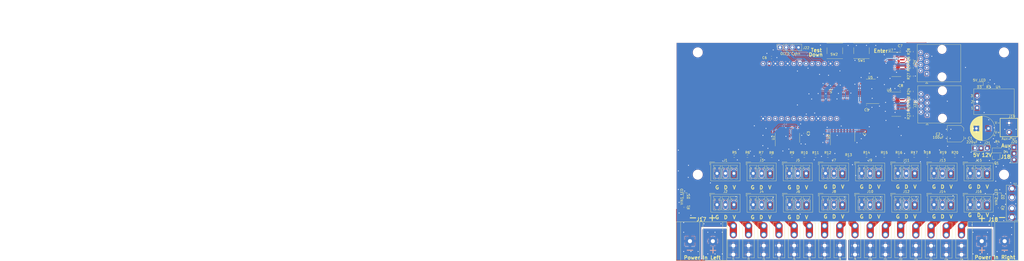
<source format=kicad_pcb>
(kicad_pcb (version 20211014) (generator pcbnew)
  (title_block (title "ESP32 16") (date "2023-01-11") (rev "v1") (company "Scott Hanson"))
  (layers (0 "F.Cu" signal) (31 "B.Cu" signal) (34 "B.Paste" user) (35 "F.Paste" user) (36 "B.SilkS" user "B.Silkscreen") (37 "F.SilkS" user "F.Silkscreen") (38 "B.Mask" user) (39 "F.Mask" user) (44 "Edge.Cuts" user))
  (net 0 "")
  (net 1 "GND")
  (net 2 "+5V")
  (net 3 "/VIN")
  (net 4 "VIN1")
  (net 5 "VIN2")
  (net 6 "+3V3")
  (net 7 "I2C_SDA")
  (net 8 "I2C_SCL")
  (net 9 "/VIN_Fuse")
  (net 10 "BTN1")
  (net 11 "BTN2")
  (net 12 "Net-(C1-Pad1)")
  (net 13 "Net-(D1-Pad2)")
  (net 14 "VCC")
  (net 15 "Net-(D2-Pad2)")
  (net 16 "Net-(D3-Pad1)")
  (net 17 "Net-(D4-Pad2)")
  (net 18 "/Output1-8/VOUT1")
  (net 19 "/Output1-8/VOUT2")
  (net 20 "/Output1-8/VOUT3")
  (net 21 "/Output1-8/VOUT4")
  (net 22 "/Output1-8/VOUT5")
  (net 23 "/Output1-8/VOUT6")
  (net 24 "/Output1-8/VOUT7")
  (net 25 "/Output1-8/VOUT8")
  (net 26 "/Output9-16/VOUT9")
  (net 27 "/Output9-16/VOUT10")
  (net 28 "/Output9-16/VOUT11")
  (net 29 "/Output9-16/VOUT12")
  (net 30 "/Output9-16/VOUT13")
  (net 31 "/Output9-16/VOUT14")
  (net 32 "/Output9-16/VOUT15")
  (net 33 "/Output9-16/VOUT16")
  (net 34 "/Output1-8/DOUT1")
  (net 35 "/Output1-8/DOUT2")
  (net 36 "/Output1-8/DOUT3")
  (net 37 "/Output1-8/DOUT4")
  (net 38 "/Output1-8/DOUT5")
  (net 39 "/Output1-8/DOUT6")
  (net 40 "/Output1-8/DOUT7")
  (net 41 "/Output1-8/DOUT8")
  (net 42 "/Output9-16/DOUT9")
  (net 43 "/Output9-16/DOUT10")
  (net 44 "/Output9-16/DOUT11")
  (net 45 "/Output9-16/DOUT12")
  (net 46 "/Output9-16/DOUT13")
  (net 47 "/Output9-16/DOUT14")
  (net 48 "/Output9-16/DOUT15")
  (net 49 "/Output9-16/DOUT16")
  (net 50 "Net-(R5-Pad1)")
  (net 51 "Net-(R6-Pad1)")
  (net 52 "Net-(R7-Pad1)")
  (net 53 "Net-(R8-Pad1)")
  (net 54 "Net-(R9-Pad1)")
  (net 55 "Net-(R10-Pad1)")
  (net 56 "Net-(R11-Pad1)")
  (net 57 "Net-(R12-Pad1)")
  (net 58 "Net-(R13-Pad1)")
  (net 59 "Net-(R14-Pad1)")
  (net 60 "Net-(R15-Pad1)")
  (net 61 "Net-(R16-Pad1)")
  (net 62 "Net-(R17-Pad1)")
  (net 63 "Net-(R18-Pad1)")
  (net 64 "Net-(R19-Pad1)")
  (net 65 "Net-(R20-Pad1)")
  (net 66 "RCLK")
  (net 67 "SRCLK")
  (net 68 "SER1")
  (net 69 "SER2")
  (net 70 "SER3")
  (net 71 "SER4")
  (net 83 "OUT17+")
  (net 84 "OUT17-")
  (net 85 "OUT18+")
  (net 86 "OUT19-")
  (net 87 "OUT19+")
  (net 88 "OUT18-")
  (net 89 "OUT20+")
  (net 90 "OUT20-")
  (net 91 "OUT21+")
  (net 92 "OUT21-")
  (net 93 "OUT22+")
  (net 94 "OUT23-")
  (net 95 "OUT23+")
  (net 96 "OUT22-")
  (net 97 "OUT24+")
  (net 98 "OUT24-")
  (net 99 "OUT18")
  (net 100 "OUT19")
  (net 101 "OUT20")
  (net 102 "OUT21")
  (net 103 "OUT22")
  (net 104 "OUT23")
  (net 105 "OUT24")
  (net 107 "OUT17")
  (footprint "Connector_Phoenix_MC:PhoenixContact_MCV_1,5_3-G-3.5_1x03_P3.50mm_Vertical" (layer "F.Cu") (at 89.1 129.6)
    (fp_text reference "J2")
    (fp_text value "String2")
  )
  (footprint "Connector_Phoenix_MC:PhoenixContact_MCV_1,5_3-G-3.5_1x03_P3.50mm_Vertical" (layer "F.Cu") (at 119.1 116.6)
    (fp_text reference "J5")
    (fp_text value "String5")
  )
  (footprint "Connector_Phoenix_MC:PhoenixContact_MCV_1,5_3-G-3.5_1x03_P3.50mm_Vertical" (layer "F.Cu") (at 119.214342 129.6)
    (fp_text reference "J6")
    (fp_text value "String6")
  )
  (footprint "Connector_Phoenix_MC:PhoenixContact_MCV_1,5_3-G-3.5_1x03_P3.50mm_Vertical" (layer "F.Cu") (at 134.1 116.6)
    (fp_text reference "J7")
    (fp_text value "String7")
  )
  (footprint "Connector_Phoenix_MC:PhoenixContact_MCV_1,5_3-G-3.5_1x03_P3.50mm_Vertical" (layer "F.Cu") (at 134.1 129.6)
    (fp_text reference "J8")
    (fp_text value "String8")
  )
  (footprint "Connector_Phoenix_MC:PhoenixContact_MCV_1,5_3-G-3.5_1x03_P3.50mm_Vertical" (layer "F.Cu") (at 149.1 116.6)
    (fp_text reference "J9")
    (fp_text value "String9")
  )
  (footprint "Connector_Phoenix_MC:PhoenixContact_MCV_1,5_3-G-3.5_1x03_P3.50mm_Vertical" (layer "F.Cu") (at 149.1 129.6)
    (fp_text reference "J10")
    (fp_text value "String10")
  )
  (footprint "Connector_Phoenix_MC:PhoenixContact_MCV_1,5_3-G-3.5_1x03_P3.50mm_Vertical" (layer "F.Cu") (at 164.1 116.6)
    (fp_text reference "J11")
    (fp_text value "String11")
  )
  (footprint "Connector_Phoenix_MC:PhoenixContact_MCV_1,5_3-G-3.5_1x03_P3.50mm_Vertical" (layer "F.Cu") (at 164.1 129.6)
    (fp_text reference "J12")
    (fp_text value "String12")
  )
  (footprint "Connector_Phoenix_MC:PhoenixContact_MCV_1,5_3-G-3.5_1x03_P3.50mm_Vertical" (layer "F.Cu") (at 179.1 116.6)
    (fp_text reference "J13")
    (fp_text value "String13")
  )
  (footprint "Connector_Phoenix_MC:PhoenixContact_MCV_1,5_3-G-3.5_1x03_P3.50mm_Vertical" (layer "F.Cu") (at 179.1 129.6)
    (fp_text reference "J14")
    (fp_text value "String14")
  )
  (footprint "Connector_Phoenix_MC:PhoenixContact_MCV_1,5_3-G-3.5_1x03_P3.50mm_Vertical" (layer "F.Cu") (at 194.1 116.6)
    (fp_text reference "J15")
    (fp_text value "String15")
  )
  (footprint "Connector_Phoenix_MC:PhoenixContact_MCV_1,5_3-G-3.5_1x03_P3.50mm_Vertical" (layer "F.Cu") (at 194.1 129.6)
    (fp_text reference "J16")
    (fp_text value "String16")
  )
  (footprint "Fuse:FUSE_3544-2" (layer "F.Cu") (at 95.8788 144.3526 90)
    (fp_text reference "F1")
    (fp_text value "3544-2")
  )
  (footprint "Fuse:FUSE_3544-2" (layer "F.Cu") (at 133.718796 144.3486 90)
    (fp_text reference "F7")
    (fp_text value "3544-2")
  )
  (footprint "MountingHole:MountingHole_3.7mm" (layer "F.Cu") (at 208.1276 117.1186)
    (fp_text reference "REF**")
    (fp_text value "MountingHole_3.7mm")
  )
  (footprint "Fuse:FUSE_3544-2" (layer "F.Cu") (at 102.185466 144.3526 90)
    (fp_text reference "F2")
    (fp_text value "3544-2")
  )
  (footprint "Fuse:FUSE_3544-2" (layer "F.Cu") (at 127.41213 144.3486 90)
    (fp_text reference "F6")
    (fp_text value "3544-2")
  )
  (footprint "Fuse:FUSE_3544-2" (layer "F.Cu") (at 140.025462 144.3486 90)
    (fp_text reference "F8")
    (fp_text value "3544-2")
  )
  (footprint "Fuse:FUSE_3544-2" (layer "F.Cu") (at 146.332128 144.3486 90)
    (fp_text reference "F9")
    (fp_text value "3544-2")
  )
  (footprint "Fuse:FUSE_3544-2" (layer "F.Cu") (at 152.638794 144.3486 90)
    (fp_text reference "F10")
    (fp_text value "3544-2")
  )
  (footprint "Fuse:FUSE_3544-2" (layer "F.Cu") (at 121.105464 144.3486 90)
    (fp_text reference "F5")
    (fp_text value "3544-2")
  )
  (footprint "Fuse:FUSE_3544-2" (layer "F.Cu") (at 108.492132 144.3536 90)
    (fp_text reference "F3")
    (fp_text value "3544-2")
  )
  (footprint "Fuse:FUSE_3544-2" (layer "F.Cu") (at 158.94546 144.3486 90)
    (fp_text reference "F11")
    (fp_text value "3544-2")
  )
  (footprint "Fuse:FUSE_3544-2" (layer "F.Cu") (at 114.798798 144.3536 90)
    (fp_text reference "F4")
    (fp_text value "3544-2")
  )
  (footprint "Connector_Phoenix_MC:PhoenixContact_MCV_1,5_3-G-3.5_1x03_P3.50mm_Vertical" (layer "F.Cu") (at 89.1 116.6)
    (fp_text reference "J1")
    (fp_text value "String1")
  )
  (footprint "Connector_Phoenix_MC:PhoenixContact_MCV_1,5_3-G-3.5_1x03_P3.50mm_Vertical" (layer "F.Cu") (at 104.1 116.6)
    (fp_text reference "J3")
    (fp_text value "String3")
  )
  (footprint "Connector_Phoenix_MC:PhoenixContact_MCV_1,5_3-G-3.5_1x03_P3.50mm_Vertical" (layer "F.Cu") (at 104.1 129.6)
    (fp_text reference "J4")
    (fp_text value "String4")
  )
  (footprint "Fuse:FUSE_3544-2" (layer "F.Cu") (at 165.252126 144.3448 90)
    (fp_text reference "F12")
    (fp_text value "3544-2")
  )
  (footprint "MountingHole:MountingHole_3.7mm" (layer "F.Cu") (at 81.4276 66.3186)
    (fp_text reference "REF**")
    (fp_text value "MountingHole_3.7mm")
  )
  (footprint "MountingHole:MountingHole_3.7mm" (layer "F.Cu") (at 208.1276 66.3186)
    (fp_text reference "REF**")
    (fp_text value "MountingHole_3.7mm")
  )
  (footprint "MountingHole:MountingHole_3.7mm" (layer "F.Cu") (at 81.1276 117.1186)
    (fp_text reference "REF**")
    (fp_text value "MountingHole_3.7mm")
  )
  (footprint "Resistor_SMD:R_0603_1608Metric_Pad0.98x0.95mm_HandSolder" (layer "F.Cu") (at 205.3988 104.8526)
    (fp_text reference "R4")
    (fp_text value "100K")
  )
  (footprint "Resistor_SMD:R_0603_1608Metric_Pad0.98x0.95mm_HandSolder" (layer "F.Cu") (at 96.2488 109.4276 180)
    (fp_text reference "R5")
    (fp_text value "33")
  )
  (footprint "Fuse:FUSE_3544-2" (layer "F.Cu") (at 211.426 128.8526 90)
    (fp_text reference "F17")
    (fp_text value "3544-2")
  )
  (footprint "MKDS1_2-3.81:PHOENIX_MKDS1_2-3.81" (layer "F.Cu") (at 210.1788 97.5526 90)
    (fp_text reference "J19")
    (fp_text value "Aux Pwr")
  )
  (footprint "Capacitor_SMD:CP_Elec_6.3x5.4_Nichicon" (layer "F.Cu") (at 188.0488 100.1276 180)
    (fp_text reference "C2")
    (fp_text value "100uF")
  )
  (footprint "Capacitor_THT:CP_Radial_D10.0mm_P5.00mm" (layer "F.Cu") (at 201.666477 97.9026 180)
    (fp_text reference "C1")
    (fp_text value "220uF")
  )
  (footprint "Package_SO:SOIC-16_3.9x9.9mm_P1.27mm" (layer "F.Cu") (at 118.2738 101.8026 90)
    (fp_text reference "U2")
    (fp_text value "74HCT595")
  )
  (footprint "LED_SMD:LED_0603_1608Metric_Pad1.05x0.95mm_HandSolder" (layer "F.Cu") (at 197.8738 79.3026 180)
    (fp_text reference "D3")
    (fp_text value "5V LED")
  )
  (footprint "ESP32:WT32_ETH01" (layer "F.Cu") (at 142.4988 83.1026 -90)
    (fp_text reference "U1")
    (fp_text value "WT32_ETH01")
  )
  (footprint "Button_Switch_SMD:SW_Push_1P1T_NO_6x6mm_H9.5mm" (layer "F.Cu") (at 137.9488 65.6526 180)
    (fp_text reference "SW2")
    (fp_text value "Down BTN")
  )
  (footprint "Capacitor_SMD:C_0603_1608Metric_Pad1.08x0.95mm_HandSolder" (layer "F.Cu") (at 148.9488 99.9526 -90)
    (fp_text reference "C4")
    (fp_text value "0.1uF")
  )
  (footprint "LED_SMD:LED_0603_1608Metric_Pad1.05x0.95mm_HandSolder" (layer "F.Cu") (at 75.9238 126.2776 -90)
    (fp_text reference "D1")
    (fp_text value "VIN1 LED")
  )
  (footprint "Package_TO_SOT_SMD:SOT-23" (layer "F.Cu") (at 204.8788 110.0526 -90)
    (fp_text reference "Q1")
    (fp_text value "DMP3056L")
  )
  (footprint "Resistor_SMD:R_0603_1608Metric_Pad0.98x0.95mm_HandSolder" (layer "F.Cu") (at 125.3238 109.4276)
    (fp_text reference "R10")
    (fp_text value "33")
  )
  (footprint "Barrier_Blocks:BARRIER_BLOCK_1ROW_2POS_P9.5MM" (layer "F.Cu") (at 193.1788 152.8526)
    (fp_text reference "J18")
    (fp_text value "Power In Right")
  )
  (footprint "Fuse:FUSE_3544-2" (layer "F.Cu") (at 171.558792 144.4136 90)
    (fp_text reference "F13")
    (fp_text value "3544-2")
  )
  (footprint "Fuse:FUSE_3544-2" (layer "F.Cu") (at 177.865458 144.4136 90)
    (fp_text reference "F14")
    (fp_text value "3544-2")
  )
  (footprint "Fuse:FUSE_3544-2" (layer "F.Cu") (at 184.172124 144.4136 90)
    (fp_text reference "F15")
    (fp_text value "3544-2")
  )
  (footprint "Fuse:FUSE_3544-2" (layer "F.Cu") (at 190.4788 144.4136 90)
    (fp_text reference "F16")
    (fp_text value "3544-2")
  )
  (footprint "Barrier_Blocks:BARRIER_BLOCK_1ROW_2POS_P9.5MM" (layer "F.Cu") (at 72.1788 152.8526)
    (fp_text reference "J17")
    (fp_text value "Power In Left")
  )
  (footprint "" (layer "F.Cu") (at -208.0012 44.8026)
    (fp_text reference "")
    (fp_text value "")
  )
  (footprint "Capacitor_SMD:C_0603_1608Metric_Pad1.08x0.95mm_HandSolder" (layer "F.Cu") (at 125.5988 100.0026 -90)
    (fp_text reference "C3")
    (fp_text value "0.1uF")
  )
  (footprint "Capacitor_SMD:C_0603_1608Metric_Pad1.08x0.95mm_HandSolder" (layer "F.Cu") (at 165.09005 81.5951 180)
    (fp_text reference "C8")
    (fp_text value "0.1uF")
  )
  (footprint "Package_SO:SOIC-16_3.9x9.9mm_P1.27mm" (layer "F.Cu") (at 152.89005 82.4951 180)
    (fp_text reference "U5")
    (fp_text value "74HCT595")
  )
  (footprint "Resistor_SMD:R_0603_1608Metric_Pad0.98x0.95mm_HandSolder" (layer "F.Cu") (at 169.96505 69.4451 90)
    (fp_text reference "R26")
    (fp_text value "120")
  )
  (footprint "Connector_PinHeader_2.54mm:PinHeader_1x03_P2.54mm_Vertical" (layer "F.Cu") (at 201.1638 106.1526 -90)
    (fp_text reference "J21")
    (fp_text value "VIN Voltage")
  )
  (footprint "Package_SO:SOIC-16_3.9x9.9mm_P1.27mm" (layer "F.Cu") (at 163.44005 87.8201)
    (fp_text reference "U6")
    (fp_text value "AM26C31")
  )
  (footprint "Capacitor_SMD:C_0603_1608Metric_Pad1.08x0.95mm_HandSolder" (layer "F.Cu") (at 165.09005 64.9951 180)
    (fp_text reference "C7")
    (fp_text value "0.1uF")
  )
  (footprint "Resistor_SMD:R_0603_1608Metric_Pad0.98x0.95mm_HandSolder" (layer "F.Cu") (at 151.1238 109.3776)
    (fp_text reference "R14")
    (fp_text value "33")
  )
  (footprint "Resistor_SMD:R_0603_1608Metric_Pad0.98x0.95mm_HandSolder" (layer "F.Cu") (at 111.7738 109.4276 180)
    (fp_text reference "R8")
    (fp_text value "33")
  )
  (footprint "LED_SMD:LED_0603_1608Metric_Pad1.05x0.95mm_HandSolder" (layer "F.Cu") (at 206.3238 126.4026 -90)
    (fp_text reference "D2")
    (fp_text value "VIN2 LED")
  )
  (footprint "Resistor_SMD:R_0603_1608Metric_Pad0.98x0.95mm_HandSolder" (layer "F.Cu") (at 169.99005 89.3076 -90)
    (fp_text reference "R21")
    (fp_text value "120")
  )
  (footprint "Resistor_SMD:R_0603_1608Metric_Pad0.98x0.95mm_HandSolder" (layer "F.Cu") (at 169.96505 72.7701 -90)
    (fp_text reference "R25")
    (fp_text value "120")
  )
  (footprint "Resistor_SMD:R_0603_1608Metric_Pad0.98x0.95mm_HandSolder" (layer "F.Cu") (at 135.0488 109.4276)
    (fp_text reference "R12")
    (fp_text value "33")
  )
  (footprint "Resistor_SMD:R_0603_1608Metric_Pad0.98x0.95mm_HandSolder" (layer "F.Cu") (at 170.8738 109.3776)
    (fp_text reference "R17")
    (fp_text value "33")
  )
  (footprint "Resistor_SMD:R_0603_1608Metric_Pad0.98x0.95mm_HandSolder" (layer "F.Cu") (at 169.96505 92.7326 90)
    (fp_text reference "R23")
    (fp_text value "120")
  )
  (footprint "Connector_PinHeader_2.54mm:PinHeader_1x03_P2.54mm_Vertical" (layer "F.Cu") (at 212.2988 105.8276)
    (fp_text reference "J20")
    (fp_text value "VIN Select")
  )
  (footprint "Resistor_SMD:R_0603_1608Metric_Pad0.98x0.95mm_HandSolder" (layer "F.Cu") (at 169.96505 82.5451 -90)
    (fp_text reference "R24")
    (fp_text value "120")
  )
  (footprint "Resistor_SMD:R_0603_1608Metric_Pad0.98x0.95mm_HandSolder" (layer "F.Cu") (at 75.9238 130.6776 -90)
    (fp_text reference "R1")
    (fp_text value "1K")
  )
  (footprint "Capacitor_SMD:C_0603_1608Metric_Pad1.08x0.95mm_HandSolder" (layer "F.Cu") (at 111.7238 68.4776)
    (fp_text reference "C6")
    (fp_text value "0.1uF")
  )
  (footprint "RJ45:RJ45_Amphenol_54602-x08_Horizontal" (layer "F.Cu") (at 176.24005 92.4026 90)
    (fp_text reference "J23")
    (fp_text value "Diff Out")
  )
  (footprint "Converter_DCDC:Converter_DCDC_muRata_OKI-78SR_Horizontal" (layer "F.Cu") (at 196.9738 89.3526 90)
    (fp_text reference "U4")
    (fp_text value "OKI-78SR-5")
  )
  (footprint "Diode_SMD:D_SOD-123" (layer "F.Cu") (at 205.4488 107.0526)
    (fp_text reference "D4")
    (fp_text value "Zener 10V")
  )
  (footprint "Resistor_SMD:R_0603_1608Metric_Pad0.98x0.95mm_HandSolder" (layer "F.Cu") (at 201.6488 79.3026 180)
    (fp_text reference "R3")
    (fp_text value "120")
  )
  (footprint "Connector_PinSocket_2.54mm:PinSocket_1x04_P2.54mm_Vertical" (layer "F.Cu") (at 115.2788 64.2676 90)
    (fp_text reference "J22")
    (fp_text value "OLED Conn")
  )
  (footprint "Capacitor_SMD:C_0603_1608Metric_Pad1.08x0.95mm_HandSolder" (layer "F.Cu") (at 151.1188 88.7626)
    (fp_text reference "C5")
    (fp_text value "0.1uF")
  )
  (footprint "Resistor_SMD:R_0603_1608Metric_Pad0.98x0.95mm_HandSolder" (layer "F.Cu") (at 169.99005 66.0201 -90)
    (fp_text reference "R28")
    (fp_text value "120")
  )
  (footprint "Resistor_SMD:R_0603_1608Metric_Pad0.98x0.95mm_HandSolder" (layer "F.Cu") (at 158.4488 109.3776)
    (fp_text reference "R15")
    (fp_text value "33")
  )
  (footprint "Resistor_SMD:R_0603_1608Metric_Pad0.98x0.95mm_HandSolder" (layer "F.Cu") (at 143.6238 110.3276)
    (fp_text reference "R13")
    (fp_text value "33")
  )
  (footprint "Resistor_SMD:R_0603_1608Metric_Pad0.98x0.95mm_HandSolder" (layer "F.Cu") (at 169.96505 76.2201 90)
    (fp_text reference "R27")
    (fp_text value "120")
  )
  (footprint "Resistor_SMD:R_0603_1608Metric_Pad0.98x0.95mm_HandSolder" (layer "F.Cu") (at 169.96505 85.9201 90)
    (fp_text reference "R22")
    (fp_text value "120")
  )
  (footprint "Resistor_SMD:R_0603_1608Metric_Pad0.98x0.95mm_HandSolder" (layer "F.Cu") (at 182.8488 109.3776)
    (fp_text reference "R19")
    (fp_text value "33")
  )
  (footprint "RJ45:RJ45_Amphenol_54602-x08_Horizontal" (layer "F.Cu") (at 176.06505 75.2276 90)
    (fp_text reference "J24")
    (fp_text value "Diff Out")
  )
  (footprint "Resistor_SMD:R_0603_1608Metric_Pad0.98x0.95mm_HandSolder" (layer "F.Cu") (at 107.2988 109.4276 180)
    (fp_text reference "R7")
    (fp_text value "33")
  )
  (footprint "Resistor_SMD:R_0603_1608Metric_Pad0.98x0.95mm_HandSolder" (layer "F.Cu") (at 187.7488 109.3776)
    (fp_text reference "R20")
    (fp_text value "33")
  )
  (footprint "Package_SO:SOIC-16_3.9x9.9mm_P1.27mm" (layer "F.Cu") (at 163.46505 71.2701)
    (fp_text reference "U7")
    (fp_text value "AM26C31")
  )
  (footprint "Resistor_SMD:R_0603_1608Metric_Pad0.98x0.95mm_HandSolder" (layer "F.Cu") (at 206.2988 130.9026 -90)
    (fp_text reference "R2")
    (fp_text value "1K")
  )
  (footprint "Button_Switch_SMD:SW_Push_1P1T_NO_6x6mm_H9.5mm" (layer "F.Cu") (at 148.9988 65.6276 180)
    (fp_text reference "SW1")
    (fp_text value "Enter BTN")
  )
  (footprint "Package_SO:SOIC-16_3.9x9.9mm_P1.27mm" (layer "F.Cu") (at 141.1988 101.3776 90)
    (fp_text reference "U3")
    (fp_text value "74HCT595")
  )
  (footprint "Resistor_SMD:R_0603_1608Metric_Pad0.98x0.95mm_HandSolder" (layer "F.Cu") (at 129.9738 109.4276)
    (fp_text reference "R11")
    (fp_text value "33")
  )
  (footprint "Resistor_SMD:R_0603_1608Metric_Pad0.98x0.95mm_HandSolder" (layer "F.Cu") (at 101.7238 109.4276 180)
    (fp_text reference "R6")
    (fp_text value "33")
  )
  (footprint "Resistor_SMD:R_0603_1608Metric_Pad0.98x0.95mm_HandSolder" (layer "F.Cu") (at 164.5238 109.3776)
    (fp_text reference "R16")
    (fp_text value "33")
  )
  (footprint "Resistor_SMD:R_0603_1608Metric_Pad0.98x0.95mm_HandSolder" (layer "F.Cu") (at 176.3238 109.3776)
    (fp_text reference "R18")
    (fp_text value "33")
  )
  (footprint "Resistor_SMD:R_0603_1608Metric_Pad0.98x0.95mm_HandSolder" (layer "F.Cu") (at 120.1738 109.4276)
    (fp_text reference "R9")
    (fp_text value "33")
  )
  (gr_line (start 214.2288 152.88936) (end 214.2288 62.1276) (layer "Edge.Cuts") (width 0.05))
  (gr_line (start 72.1288 62.1276) (end 72.1288 152.88936) (layer "Edge.Cuts") (width 0.05))
  (gr_line (start 214.2288 62.1276) (end 72.1288 62.1276) (layer "Edge.Cuts") (width 0.05))
  (gr_line (start 214.2288 152.88936) (end 72.1288 152.88936) (layer "Edge.Cuts") (width 0.05))
  (gr_text "-" (at 208.4288 148.3026) (layer "B.SilkS") (effects (font (size 3 3) (thickness 0.4))))
  (gr_text "+" (at 198.9788 148.3026) (layer "B.SilkS") (effects (font (size 3 3) (thickness 0.4)) (justify mirror)))
  (gr_text "-" (at 77.8788 148.3026) (layer "B.SilkS") (effects (font (size 3 3) (thickness 0.4))))
  (gr_text "+" (at 87.4288 148.3526) (layer "B.SilkS") (effects (font (size 3 3) (thickness 0.4)) (justify mirror)))
  (gr_text "G" (at 103.886 134.828) (layer "F.SilkS") (effects (font (size 1.5 1.5) (thickness 0.3))))
  (gr_text "D" (at 122.682 134.828) (layer "F.SilkS") (effects (font (size 1.5 1.5) (thickness 0.3))))
  (gr_text "V" (at 171.196 134.574) (layer "F.SilkS") (effects (font (size 1.5 1.5) (thickness 0.3))))
  (gr_text "D" (at 167.64 134.574) (layer "F.SilkS") (effects (font (size 1.5 1.5) (thickness 0.3))))
  (gr_text "V" (at 186.182 134.574) (layer "F.SilkS") (effects (font (size 1.5 1.5) (thickness 0.3))))
  (gr_text "G" (at 119.126 134.828) (layer "F.SilkS") (effects (font (size 1.5 1.5) (thickness 0.3))))
  (gr_text "G" (at 179.07 134.574) (layer "F.SilkS") (effects (font (size 1.5 1.5) (thickness 0.3))))
  (gr_text "V" (at 201.2288 133.9526) (layer "F.SilkS") (effects (font (size 1.5 1.5) (thickness 0.3))))
  (gr_text "D" (at 197.6788 133.9526) (layer "F.SilkS") (effects (font (size 1.5 1.5) (thickness 0.3))))
  (gr_text "G" (at 193.9788 133.9526) (layer "F.SilkS") (effects (font (size 1.5 1.5) (thickness 0.3))))
  (gr_text "D" (at 137.668 134.574) (layer "F.SilkS") (effects (font (size 1.5 1.5) (thickness 0.3))))
  (gr_text "D" (at 107.442 134.828) (layer "F.SilkS") (effects (font (size 1.5 1.5) (thickness 0.3))))
  (gr_text "D" (at 182.626 134.574) (layer "F.SilkS") (effects (font (size 1.5 1.5) (thickness 0.3))))
  (gr_text "V" (at 96.266 134.828) (layer "F.SilkS") (effects (font (size 1.5 1.5) (thickness 0.3))))
  (gr_text "V" (at 156.21 134.574) (layer "F.SilkS") (effects (font (size 1.5 1.5) (thickness 0.3))))
  (gr_text "G" (at 149.098 134.574) (layer "F.SilkS") (effects (font (size 1.5 1.5) (thickness 0.3))))
  (gr_text "G" (at 134.112 134.574) (layer "F.SilkS") (effects (font (size 1.5 1.5) (thickness 0.3))))
  (gr_text "V" (at 110.998 134.828) (layer "F.SilkS") (effects (font (size 1.5 1.5) (thickness 0.3))))
  (gr_text "G" (at 89.154 134.828) (layer "F.SilkS") (effects (font (size 1.5 1.5) (thickness 0.3))))
  (gr_text "D" (at 92.71 134.828) (layer "F.SilkS") (effects (font (size 1.5 1.5) (thickness 0.3))))
  (gr_text "V" (at 141.224 134.574) (layer "F.SilkS") (effects (font (size 1.5 1.5) (thickness 0.3))))
  (gr_text "V" (at 126.238 134.828) (layer "F.SilkS") (effects (font (size 1.5 1.5) (thickness 0.3))))
  (gr_text "D" (at 152.654 134.574) (layer "F.SilkS") (effects (font (size 1.5 1.5) (thickness 0.3))))
  (gr_text "G" (at 164.084 134.574) (layer "F.SilkS") (effects (font (size 1.5 1.5) (thickness 0.3))))
  (gr_text "12V" (at 200.971 108.9642) (layer "F.SilkS") (effects (font (size 1.5 1.5) (thickness 0.3))))
  (gr_text "5V" (at 196.653 108.9642) (layer "F.SilkS") (effects (font (size 1.5 1.5) (thickness 0.3))))
  (gr_text "D" (at 92.71 122.428) (layer "F.SilkS") (effects (font (size 1.5 1.5) (thickness 0.3))))
  (gr_text "G" (at 89.154 122.428) (layer "F.SilkS") (effects (font (size 1.5 1.5) (thickness 0.3))))
  (gr_text "V" (at 96.266 122.428) (layer "F.SilkS") (effects (font (size 1.5 1.5) (thickness 0.3))))
  (gr_text "J18" (at 208.8088 109.7126) (layer "F.SilkS") (effects (font (size 1.5 1.5) (thickness 0.3))))
  (gr_text "Down" (at 130.0288 67.2526) (layer "F.SilkS") (effects (font (size 1.5 1.5) (thickness 0.3))))
  (gr_text "+" (at 198.9488 135.0826) (layer "F.SilkS") (effects (font (size 3 3) (thickness 0.4))))
  (gr_text "G" (at 119.126 122.428) (layer "F.SilkS") (effects (font (size 1.5 1.5) (thickness 0.3))))
  (gr_text "+" (at 87.1288 134.8726) (layer "F.SilkS") (effects (font (size 3 3) (thickness 0.4))))
  (gr_text "D" (at 122.682 122.428) (layer "F.SilkS") (effects (font (size 1.5 1.5) (thickness 0.3))))
  (gr_text "V" (at 126.238 122.428) (layer "F.SilkS") (effects (font (size 1.5 1.5) (thickness 0.3))))
  (gr_text "3" (at 194.7988 84.3526) (layer "F.SilkS") (effects (font (size 1 1))))
  (gr_text "G" (at 103.886 122.428) (layer "F.SilkS") (effects (font (size 1.5 1.5) (thickness 0.3))))
  (gr_text "-" (at 207.3288 134.7026) (layer "F.SilkS") (effects (font (size 3 3) (thickness 0.4))))
  (gr_text "D" (at 167.64 122.174) (layer "F.SilkS") (effects (font (size 1.5 1.5) (thickness 0.3))))
  (gr_text "1" (at 194.8988 89.4526) (layer "F.SilkS") (effects (font (size 1 1))))
  (gr_text "Enter" (at 157.0188 65.7026) (layer "F.SilkS") (effects (font (size 1.5 1.5) (thickness 0.3))))
  (gr_text "V" (at 186.182 122.174) (layer "F.SilkS") (effects (font (size 1.5 1.5) (thickness 0.3))))
  (gr_text "V" (at 201.168 122.174) (layer "F.SilkS") (effects (font (size 1.5 1.5) (thickness 0.3))))
  (gr_text "G" (at 134.112 122.174) (layer "F.SilkS") (effects (font (size 1.5 1.5) (thickness 0.3))))
  (gr_text "G" (at 179.07 122.174) (layer "F.SilkS") (effects (font (size 1.5 1.5) (thickness 0.3))))
  (gr_text "D" (at 137.668 122.174) (layer "F.SilkS") (effects (font (size 1.5 1.5) (thickness 0.3))))
  (gr_text "V" (at 110.998 122.428) (layer "F.SilkS") (effects (font (size 1.5 1.5) (thickness 0.3))))
  (gr_text "V+" (at 205.3788 99.5526) (layer "F.SilkS") (effects (font (size 1 1))))
  (gr_text "V" (at 141.224 122.174) (layer "F.SilkS") (effects (font (size 1.5 1.5) (thickness 0.3))))
  (gr_text "D" (at 152.654 122.174) (layer "F.SilkS") (effects (font (size 1.5 1.5) (thickness 0.3))))
  (gr_text "D" (at 107.442 122.428) (layer "F.SilkS") (effects (font (size 1.5 1.5) (thickness 0.3))))
  (gr_text "D" (at 182.626 122.174) (layer "F.SilkS") (effects (font (size 1.5 1.5) (thickness 0.3))))
  (gr_text "G" (at 194.056 122.174) (layer "F.SilkS") (effects (font (size 1.5 1.5) (thickness 0.3))))
  (gr_text "V" (at 156.21 122.174) (layer "F.SilkS") (effects (font (size 1.5 1.5) (thickness 0.3))))
  (gr_text "Test" (at 130.2988 65.4226) (layer "F.SilkS") (effects (font (size 1.5 1.5) (thickness 0.3))))
  (gr_text "2" (at 194.9238 86.8776) (layer "F.SilkS") (effects (font (size 1 1))))
  (gr_text "-" (at 79.1288 134.8526) (layer "F.SilkS") (effects (font (size 3 3) (thickness 0.4))))
  (gr_text "G" (at 149.098 122.174) (layer "F.SilkS") (effects (font (size 1.5 1.5) (thickness 0.3))))
  (gr_text "V-" (at 205.3788 95.5526) (layer "F.SilkS") (effects (font (size 1 1))))
  (gr_text "Aux" (at 208.9488 105.0776) (layer "F.SilkS") (effects (font (size 1.5 1.5) (thickness 0.3))))
  (gr_text "V" (at 171.196 122.174) (layer "F.SilkS") (effects (font (size 1.5 1.5) (thickness 0.3))))
  (gr_text "D" (at 197.612 122.174) (layer "F.SilkS") (effects (font (size 1.5 1.5) (thickness 0.3))))
  (gr_text "G" (at 164.084 122.174) (layer "F.SilkS") (effects (font (size 1.5 1.5) (thickness 0.3))))
  (segment (start 150.3788 83.0026) (end 150.5238 83.1476) (width 0.5) (layer "F.Cu") (net 1))
  (via (at 162.96505 91.2701) (size 0.8) (drill 0.4) (layers "F.Cu" "B.Cu") (net 1))
  (via (at 210.5788 112.1526) (size 0.8) (drill 0.4) (layers "F.Cu" "B.Cu") (net 1))
  (via (at 109.4238 97.9026) (size 0.8) (drill 0.4) (layers "F.Cu" "B.Cu") (net 1))
  (via (at 156.46505 88.6451) (size 0.8) (drill 0.4) (layers "F.Cu" "B.Cu") (net 1))
  (via (at 201.7988 94.3026) (size 0.8) (drill 0.4) (layers "F.Cu" "B.Cu") (net 1))
  (via (at 110.1988 106.2026) (size 0.8) (drill 0.4) (layers "F.Cu" "B.Cu") (net 1))
  (via (at 166.975656 112.209328) (size 0.8) (drill 0.4) (layers "F.Cu" "B.Cu") (net 1))
  (via (at 133.3238 100.2776) (size 0.8) (drill 0.4) (layers "F.Cu" "B.Cu") (net 1))
  (via (at 136.9238 111.1276) (size 0.8) (drill 0.4) (layers "F.Cu" "B.Cu") (net 1))
  (via (at 158.51505 79.6951) (size 0.8) (drill 0.4) (layers "F.Cu" "B.Cu") (net 1))
  (via (at 144.5988 83.2326) (size 0.8) (drill 0.4) (layers "F.Cu" "B.Cu") (net 1))
  (via (at 74.1988 125.3276) (size 0.8) (drill 0.4) (layers "F.Cu" "B.Cu") (net 1))
  (via (at 212.9788 129.2026) (size 0.8) (drill 0.4) (layers "F.Cu" "B.Cu") (net 1))
  (via (at 127.2188 83.5526) (size 0.8) (drill 0.4) (layers "F.Cu" "B.Cu") (net 1))
  (via (at 159.01505 87.1201) (size 0.8) (drill 0.4) (layers "F.Cu" "B.Cu") (net 1))
  (via (at 139.4388 83.3926) (size 0.8) (drill 0.4) (layers "F.Cu" "B.Cu") (net 1))
  (via (at 201.9988 138.0526) (size 0.8) (drill 0.4) (layers "F.Cu" "B.Cu") (net 1))
  (via (at 152.2488 97.2276) (size 0.8) (drill 0.4) (layers "F.Cu" "B.Cu") (net 1))
  (via (at 111.7488 101.2276) (size 0.8) (drill 0.4) (layers "F.Cu" "B.Cu") (net 1))
  (via (at 78.2788 149.0526) (size 0.8) (drill 0.4) (layers "F.Cu" "B.Cu") (net 1))
  (via (at 208.6828 107.4386) (size 0.8) (drill 0.4) (layers "F.Cu" "B.Cu") (net 1))
  (via (at 211.2788 139.0526) (size 0.8) (drill 0.4) (layers "F.Cu" "B.Cu") (net 1))
  (via (at 123.7738 96.0526) (size 0.8) (drill 0.4) (layers "F.Cu" "B.Cu") (net 1))
  (via (at 173.453645 111.727755) (size 0.8) (drill 0.4) (layers "F.Cu" "B.Cu") (net 1))
  (via (at 206.346 123.3644) (size 0.8) (drill 0.4) (layers "F.Cu" "B.Cu") (net 1))
  (via (at 129.6088 91.5226) (size 0.8) (drill 0.4) (layers "F.Cu" "B.Cu") (net 1))
  (via (at 199.8988 91.3026) (size 0.8) (drill 0.4) (layers "F.Cu" "B.Cu") (net 1))
  (via (at 204.6788 119.8526) (size 0.8) (drill 0.4) (layers "F.Cu" "B.Cu") (net 1))
  (via (at 213.1288 98.2526) (size 0.8) (drill 0.4) (layers "F.Cu" "B.Cu") (net 1))
  (via (at 167.64005 65.7701) (size 0.8) (drill 0.4) (layers "F.Cu" "B.Cu") (net 1))
  (via (at 140.2188 79.9126) (size 0.8) (drill 0.4) (layers "F.Cu" "B.Cu") (net 1))
  (via (at 194.4788 107.8026) (size 0.8) (drill 0.4) (layers "F.Cu" "B.Cu") (net 1))
  (via (at 202.0788 111.2526) (size 0.8) (drill 0.4) (layers "F.Cu" "B.Cu") (net 1))
  (via (at 138.8588 85.6726) (size 0.8) (drill 0.4) (layers "F.Cu" "B.Cu") (net 1))
  (via (at 202.3488 77.7526) (size 0.8) (drill 0.4) (layers "F.Cu" "B.Cu") (net 1))
  (via (at 192.1488 72.5776) (size 0.8) (drill 0.4) (layers "F.Cu" "B.Cu") (net 1))
  (via (at 166.54005 78.6201) (size 0.8) (drill 0.4) (layers "F.Cu" "B.Cu") (net 1))
  (via (at 73.3788 128.6526) (size 0.8) (drill 0.4) (layers "F.Cu" "B.Cu") (net 1))
  (via (at 112.3288 126.6026) (size 0.8) (drill 0.4) (layers "F.Cu" "B.Cu") (net 1))
  (via (at 151.0988 63.3926) (size 0.8) (drill 0.4) (layers "F.Cu" "B.Cu") (net 1))
  (via (at 82.9788 134.6526) (size 0.8) (drill 0.4) (layers "F.Cu" "B.Cu") (net 1))
  (via (at 108.1488 100.8026) (size 0.8) (drill 0.4) (layers "F.Cu" "B.Cu") (net 1))
  (via (at 162.86505 64.9701) (size 0.8) (drill 0.4) (layers "F.Cu" "B.Cu") (net 1))
  (via (at 158.91505 90.8201) (size 0.8) (drill 0.4) (layers "F.Cu" "B.Cu") (net 1))
  (via (at 77.5238 125.2526) (size 0.8) (drill 0.4) (layers "F.Cu" "B.Cu") (net 1))
  (via (at 207.9988 136.2026) (size 0.8) (drill 0.4) (layers "F.Cu" "B.Cu") (net 1))
  (via (at 90.7788 137.5526) (size 0.8) (drill 0.4) (layers "F.Cu" "B.Cu") (net 1))
  (via (at 135.3488 75.8276) (size 0.8) (drill 0.4) (layers "F.Cu" "B.Cu") (net 1))
  (via (at 75.2788 137.0526) (size 0.8) (drill 0.4) (layers "F.Cu" "B.Cu") (net 1))
  (via (at 134.1788 85.5826) (size 0.8) (drill 0.4) (layers "F.Cu" "B.Cu") (net 1))
  (via (at 211.2788 149.0526) (size 0.8) (drill 0.4) (layers "F.Cu" "B.Cu") (net 1))
  (via (at 150.3738 100.9276) (size 0.8) (drill 0.4) (layers "F.Cu" "B.Cu") (net 1))
  (via (at 140.6238 96.9026) (size 0.8) (drill 0.4) (layers "F.Cu" "B.Cu") (net 1))
  (via (at 130.6988 67.7626) (size 0.8) (drill 0.4) (layers "F.Cu" "B.Cu") (net 1))
  (via (at 131.9788 63.3326) (size 0.8) (drill 0.4) (layers "F.Cu" "B.Cu") (net 1))
  (via (at 197.0788 111.2526) (size 0.8) (drill 0.4) (layers "F.Cu" "B.Cu") (net 1))
  (via (at 73.3733 133.0526) (size 0.8) (drill 0.4) (layers "F.Cu" "B.Cu") (net 1))
  (via (at 165.4738 100.8526) (size 0.8) (drill 0.4) (layers "F.Cu" "B.Cu") (net 1))
  (via (at 162.86505 81.3451) (size 0.8) (drill 0.4) (layers "F.Cu" "B.Cu") (net 1))
  (via (at 137.9738 108.3276) (size 0.8) (drill 0.4) (layers "F.Cu" "B.Cu") (net 1))
  (via (at 124.2238 100.8026) (size 0.8) (drill 0.4) (layers "F.Cu" "B.Cu") (net 1))
  (via (at 148.9238 102.1776) (size 0.8) (drill 0.4) (layers "F.Cu" "B.Cu") (net 1))
  (via (at 81.2788 149.0526) (size 0.8) (drill 0.4) (layers "F.Cu" "B.Cu") (net 1))
  (via (at 159.187705 70.867755) (size 0.8) (drill 0.4) (layers "F.Cu" "B.Cu") (net 1))
  (via (at 178.19005 67.9201) (size 0.8) (drill 0.4) (layers "F.Cu" "B.Cu") (net 1))
  (via (at 152.1288 90.0226) (size 0.8) (drill 0.4) (layers "F.Cu" "B.Cu") (net 1))
  (via (at 170.9238 107.8276) (size 0.8) (drill 0.4) (layers "F.Cu" "B.Cu") (net 1))
  (via (at 148.8788 76.7626) (size 0.8) (drill 0.4) (layers "F.Cu" "B.Cu") (net 1))
  (via (at 164.3488 97.2776) (size 0.8) (drill 0.4) (layers "F.Cu" "B.Cu") (net 1))
  (via (at 146.3088 69.6326) (size 0.8) (drill 0.4) (layers "F.Cu" "B.Cu") (net 1))
  (via (at 73.0788 106.9526) (size 0.8) (drill 0.4) (layers "F.Cu" "B.Cu") (net 1))
  (via (at 97.5288 111.0026) (size 0.8) (drill 0.4) (layers "F.Cu" "B.Cu") (net 1))
  (via (at 203.7238 102.1776) (size 0.8) (drill 0.4) (layers "F.Cu" "B.Cu") (net 1))
  (via (at 211.2788 142.0526) (size 0.8) (drill 0.4) (layers "F.Cu" "B.Cu") (net 1))
  (via (at 97.9988 106.6526) (size 0.8) (drill 0.4) (layers "F.Cu" "B.Cu") (net 1))
  (via (at 184.61505 86.5951) (size 0.8) (drill 0.4) (layers "F.Cu" "B.Cu") (net 1))
  (via (at 204.2238 103.6276) (size 0.8) (drill 0.4) (layers "F.Cu" "B.Cu") (net 1))
  (via (at 133.0988 79.2626) (size 0.8) (drill 0.4) (layers "F.Cu" "B.Cu") (net 1))
  (via (at 151.7238 111.2526) (size 0.8) (drill 0.4) (layers "F.Cu" "B.Cu") (net 1))
  (via (at 131.6238 75.4776) (size 0.8) (drill 0.4) (layers "F.Cu" "B.Cu") (net 1))
  (via (at 146.6288 117.4526) (size 0.8) (drill 0.4) (layers "F.Cu" "B.Cu") (net 1))
  (via (at 125.7488 104.4276) (size 0.8) (drill 0.4) (layers "F.Cu" "B.Cu") (net 1))
  (via (at 114.7288 111.1526) (size 0.8) (drill 0.4) (layers "F.Cu" "B.Cu") (net 1))
  (via (at 153.2988 81.4276) (size 0.8) (drill 0.4) (layers "F.Cu" "B.Cu") (net 1))
  (via (at 208.2788 149.0526) (size 0.8) (drill 0.4) (layers "F.Cu" "B.Cu") (net 1))
  (via (at 171.6788 126.4026) (size 0.8) (drill 0.4) (layers "F.Cu" "B.Cu") (net 1))
  (via (at 109.7888 66.7326) (size 0.8) (drill 0.4) (layers "F.Cu" "B.Cu") (net 1))
  (via (at 134.7988 97.4526) (size 0.8) (drill 0.4) (layers "F.Cu" "B.Cu") (net 1))
  (via (at 140.0738 74.0026) (size 0.8) (drill 0.4) (layers "F.Cu" "B.Cu") (net 1))
  (via (at 160.84005 77.1451) (size 0.8) (drill 0.4) (layers "F.Cu" "B.Cu") (net 1))
  (via (at 203.7788 134.1526) (size 0.8) (drill 0.4) (layers "F.Cu" "B.Cu") (net 1))
  (via (at 96.9788 126.2526) (size 0.8) (drill 0.4) (layers "F.Cu" "B.Cu") (net 1))
  (via (at 194.8988 137.9826) (size 0.8) (drill 0.4) (layers "F.Cu" "B.Cu") (net 1))
  (via (at 185.7988 102.0526) (size 1) (drill 0.4) (layers "F.Cu" "B.Cu") (net 1))
  (via (at 113.9238 68.4776) (size 0.8) (drill 0.4) (layers "F.Cu" "B.Cu") (net 1))
  (via (at 175.0738 107.2026) (size 0.8) (drill 0.4) (layers "F.Cu" "B.Cu") (net 1))
  (via (at 204.0238 97.6526) (size 0.8) (drill 0.4) (layers "F.Cu" "B.Cu") (net 1))
  (via (at 145.2738 113.0026) (size 0.8) (drill 0.4) (layers "F.Cu" "B.Cu") (net 1))
  (via (at 147.1488 103.8026) (size 0.8) (drill 0.4) (layers "F.Cu" "B.Cu") (net 1))
  (via (at 191.0488 109.7526) (size 0.8) (drill 0.4) (layers "F.Cu" "B.Cu") (net 1))
  (via (at 159.16505 94.5951) (size 0.8) (drill 0.4) (layers "F.Cu" "B.Cu") (net 1))
  (via (at 73.0788 115.5526) (size 0.8) (drill 0.4) (layers "F.Cu" "B.Cu") (net 1))
  (via (at 131.0588 83.4226) (size 0.8) (drill 0.4) (layers "F.Cu" "B.Cu") (net 1))
  (via (at 184.1988 98.3026) (size 1) (drill 0.4) (layers "F.Cu" "B.Cu") (net 1))
  (via (at 143.4788 63.4626) (size 0.8) (drill 0.4) (layers "F.Cu" "B.Cu") (net 1))
  (via (at 138.9488 100.8026) (size 0.8) (drill 0.4) (layers "F.Cu" "B.Cu") (net 1))
  (via (at 208.4288 98.2946) (size 0.8) (drill 0.4) (layers "F.Cu" "B.Cu") (net 1))
  (via (at 210.2068 102.3586) (size 0.8) (drill 0.4) (layers "F.Cu" "B.Cu") (net 1))
  (via (at 112.4288 65.2826) (size 0.8) (drill 0.4) (layers "F.Cu" "B.Cu") (net 1))
  (via (at 153.3588 89.1526) (size 0.8) (drill 0.4) (layers "F.Cu" "B.Cu") (net 1))
  (via (at 166.8738 108.3276) (size 0.8) (drill 0.4) (layers "F.Cu" "B.Cu") (net 1))
  (via (at 167.14005 93.5451) (size 0.8) (drill 0.4) (layers "F.Cu" "B.Cu") (net 1))
  (via (at 208.7788 125.1026) (size 0.8) (drill 0.4) (layers "F.Cu" "B.Cu") (net 1))
  (via (at 104.4988 109.4026) (size 0.8) (drill 0.4) (layers "F.Cu" "B.Cu") (net 1))
  (via (at 136.1788 80.0826) (size 0.8) (drill 0.4) (layers "F.Cu" "B.Cu") (net 1))
  (via (at 86.3788 120.5526) (size 0.8) (drill 0.4) (layers "F.Cu" "B.Cu") (net 1))
  (via (at 83.6788 137.5526) (size 0.8) (drill 0.4) (layers "F.Cu" "B.Cu") (net 1))
  (via (at 108.8288 111.0026) (size 0.8) (drill 0.4) (layers "F.Cu" "B.Cu") (net 1))
  (via (at 204.1738 79.3526) (size 0.8) (drill 0.4) (layers "F.Cu" "B.Cu") (net 1))
  (via (at 152.2688 74.9726) (size 0.8) (drill 0.4) (layers "F.Cu" "B.Cu") (net 1))
  (via (at 108.0988 105.0526) (size 0.8) (drill 0.4) (layers "F.Cu" "B.Cu") (net 1))
  (via (at 122.4488 74.0726) (size 0.8) (drill 0.4) (layers "F.Cu" "B.Cu") (net 1))
  (via (at 75.6738 123.9526) (size 0.8) (drill 0.4) (layers "F.Cu" "B.Cu") (net 1))
  (via (at 122.4388 88.1626) (size 0.8) (drill 0.4) (layers "F.Cu" "B.Cu") (net 1))
  (via (at 146.2688 79.5426) (size 0.8) (drill 0.4) (layers "F.Cu" "B.Cu") (net 1))
  (via (at 210.8788 120.4526) (size 0.8) (drill 0.4) (layers "F.Cu" "B.Cu") (net 1))
  (via (at 210.2068 106.4226) (size 0.8) (drill 0.4) (layers "F.Cu" "B.Cu") (net 1))
  (via (at 162.61505 87.1451) (size 0.8) (drill 0.4) (layers "F.Cu" "B.Cu") (net 1))
  (via (at 186.9788 125.8526) (size 0.8) (drill 0.4) (layers "F.Cu" "B.Cu") (net 1))
  (via (at 129.3988 110.9776) (size 0.8) (drill 0.4) (layers "F.Cu" "B.Cu") (net 1))
  (via (at 104.5738 96.8276) (size 0.8) (drill 0.4) (layers "F.Cu" "B.Cu") (net 1))
  (via (at 164.19005 80.2701) (size 0.8) (drill 0.4) (layers "F.Cu" "B.Cu") (net 1))
  (via (at 75.2788 149.0526) (size 0.8) (drill 0.4) (layers "F.Cu" "B.Cu") (net 1))
  (via (at 117.6488 97.5776) (size 0.8) (drill 0.4) (layers "F.Cu" "B.Cu") (net 1))
  (via (at 91.4788 111.4526) (size 0.8) (drill 0.4) (layers "F.Cu" "B.Cu") (net 1))
  (via (at 203.9788 125.1526) (size 0.8) (drill 0.4) (layers "F.Cu" "B.Cu") (net 1))
  (via (at 182.3238 100.4276) (size 1) (drill 0.4) (layers "F.Cu" "B.Cu") (net 1))
  (via (at 154.9288 63.4226) (size 0.8) (drill 0.4) (layers "F.Cu" "B.Cu") (net 1))
  (via (at 202.5488 80.8026) (size 0.8) (drill 0.4) (layers "F.Cu" "B.Cu") (net 1))
  (via (at 126.1388 91.9326) (size 0.8) (drill 0.4) (layers "F.Cu" "B.Cu") (net 1))
  (via (at 116.3988 107.2776) (size 0.8) (drill 0.4) (layers "F.Cu" "B.Cu") (net 1))
  (via (at 78.2788 134.0526) (size 0.8) (drill 0.4) (layers "F.Cu" "B.Cu") (net 1))
  (via (at 126.8588 72.8926) (size 0.8) (drill 0.4) (layers "F.Cu" "B.Cu") (net 1))
  (via (at 123.9738 104.3276) (size 0.8) (drill 0.4) (layers "F.Cu" "B.Cu") (net 1))
  (via (at 161.06505 81.2451) (size 0.8) (drill 0.4) (layers "F.Cu" "B.Cu") (net 1))
  (via (at 205.2788 149.0526) (size 0.8) (drill 0.4) (layers "F.Cu" "B.Cu") (net 1))
  (via (at 123.5788 133.5026) (size 0.8) (drill 0.4) (layers "F.Cu" "B.Cu") (net 1))
  (via (at 77.2788 113.2526) (size 0.8) (drill 0.4) (layers "F.Cu" "B.Cu") (net 1))
  (via (at 186.0988 98.2526) (size 1) (drill 0.4) (layers "F.Cu" "B.Cu") (net 1))
  (via (at 208.7288 129.4526) (size 0.8) (drill 0.4) (layers "F.Cu" "B.Cu") (net 1))
  (via (at 132.9988 103.7526) (size 0.8) (drill 0.4) (layers "F.Cu" "B.Cu") (net 1))
  (via (at 156.8788 126.4026) (size 0.8) (drill 0.4) (layers "F.Cu" "B.Cu") (net 1))
  (via (at 134.2088 83.4826) (size 0.8) (drill 0.4) (layers "F.Cu" "B.Cu") (net 1))
  (via (at 102.9238 107.3526) (size 0.8) (drill 0.4) (layers "F.Cu" "B.Cu") (net 1))
  (via (at 184.7188 105.3026) (size 0.8) (drill 0.4) (layers "F.Cu" "B.Cu") (net 1))
  (via (at 158.4788 67.3026) (size 0.8) (drill 0.4) (layers "F.Cu" "B.Cu") (net 1))
  (via (at 75.2788 141.0526) (size 0.8) (drill 0.4) (layers "F.Cu" "B.Cu") (net 1))
  (via (at 207.8788 113.3526) (size 0.8) (drill 0.4) (layers "F.Cu" "B.Cu") (net 1))
  (via (at 153.4738 85.3776) (size 0.8) (drill 0.4) (layers "F.Cu" "B.Cu") (net 1))
  (via (at 118.8738 106.5026) (size 0.8) (drill 0.4) (layers "F.Cu" "B.Cu") (net 1))
  (via (at 141.9288 126.5026) (size 0.8) (drill 0.4) (layers "F.Cu" "B.Cu") (net 1))
  (via (at 181.3738 106.8776) (size 0.8) (drill 0.4) (layers "F.Cu" "B.Cu") (net 1))
  (via (at 132.4238 109.5526) (size 0.8) (drill 0.4) (layers "F.Cu" "B.Cu") (net 1))
  (via (at 154.9988 109.5526) (size 0.8) (drill 0.4) (layers "F.Cu" "B.Cu") (net 1))
  (via (at 146.8988 63.4626) (size 0.8) (drill 0.4) (layers "F.Cu" "B.Cu") (net 1))
  (via (at 73.0788 123.2526) (size 0.8) (drill 0.4) (layers "F.Cu" "B.Cu") (net 1))
  (via (at 77.1788 118.2526) (size 0.8) (drill 0.4) (layers "F.Cu" "B.Cu") (net 1))
  (via (at 184.1738 102.0776) (size 1) (drill 0.4) (layers "F.Cu" "B.Cu") (net 1))
  (via (at 163.81505 66.3451) (size 0.8) (drill 0.4) (layers "F.Cu" "B.Cu") (net 1))
  (via (at 198.3788 103.6526) (size 0.8) (drill 0.4) (layers "F.Cu" "B.Cu") (net 1))
  (via (at 204.8788 113.8526) (size 0.8) (drill 0.4) (layers "F.Cu" "B.Cu") (net 1))
  (via (at 155.64005 76.6951) (size 0.8) (drill 0.4) (layers "F.Cu" "B.Cu") (net 1))
  (via (at 171.34005 76.1451) (size 0.8) (drill 0.4) (layers "F.Cu" "B.Cu") (net 1))
  (via (at 117.6738 101.2026) (size 0.8) (drill 0.4) (layers "F.Cu" "B.Cu") (net 1))
  (via (at 163.54005 74.5951) (size 0.8) (drill 0.4) (layers "F.Cu" "B.Cu") (net 1))
  (via (at 127.0738 100.7776) (size 0.8) (drill 0.4) (layers "F.Cu" "B.Cu") (net 1))
  (via (at 128.3488 85.7026) (size 0.8) (drill 0.4) (layers "F.Cu" "B.Cu") (net 1))
  (via (at 200.3788 124.9526) (size 0.8) (drill 0.4) (layers "F.Cu" "B.Cu") (net 1))
  (segment (start 150.3613 97.6776) (end 150.3613 88.8676) (width 1) (layer "F.Cu") (net 2))
  (segment (start 106.0238 90.3776) (end 106.0238 96.7026) (width 1) (layer "F.Cu") (net 2))
  (segment (start 150.3613 97.6776) (end 148.9488 99.0901) (width 1) (layer "F.Cu") (net 2))
  (segment (start 110.8613 68.4776) (end 110.8613 70.8743) (width 1) (layer "F.Cu") (net 2))
  (segment (start 144.3738 99.809682) (end 144.3738 98.9026) (width 1) (layer "F.Cu") (net 2))
  (segment (start 196.9738 84.2726) (end 196.9688 84.2676) (width 1.5) (layer "F.Cu") (net 2))
  (segment (start 165.94005 66.8251) (end 165.94005 65.0076) (width 0.5) (layer "F.Cu") (net 2))
  (segment (start 148.9488 99.0901) (end 147.7113 99.0901) (width 1) (layer "F.Cu") (net 2))
  (segment (start 190.7488 88.5776) (end 190.7488 100.1276) (width 1.5) (layer "F.Cu") (net 2))
  (segment (start 145.266718 100.7026) (end 144.3738 99.809682) (width 1) (layer "F.Cu") (net 2))
  (segment (start 121.4488 99.3276) (end 121.4488 98.0526) (width 0.5) (layer "F.Cu") (net 2))
  (segment (start 183.79255 88.6226) (end 190.7688 88.6226) (width 1) (layer "F.Cu") (net 2))
  (segment (start 125.8363 98.9026) (end 125.5988 99.1401) (width 0.5) (layer "F.Cu") (net 2))
  (segment (start 190.7288 103.6826) (end 190.7488 103.6626) (width 1.5) (layer "F.Cu") (net 2))
  (segment (start 150.41505 79.3201) (end 148.2713 79.3201) (width 0.5) (layer "F.Cu") (net 2))
  (segment (start 196.9688 79.3326) (end 196.9988 79.3026) (width 1.5) (layer "F.Cu") (net 2))
  (segment (start 164.065875 62.9701) (end 159.1113 62.9701) (width 1) (layer "F.Cu") (net 2))
  (segment (start 156.3188 65.7626) (end 129.6688 65.7626) (width 1) (layer "F.Cu") (net 2))
  (segment (start 190.7488 100.1276) (end 190.7488 104.0276) (width 1.5) (layer "F.Cu") (net 2))
  (segment (start 110.76912 70.96648) (end 110.76912 85.63228) (width 1) (layer "F.Cu") (net 2))
  (segment (start 165.91505 81.6326) (end 165.95255 81.5951) (width 1) (layer "F.Cu") (net 2))
  (segment (start 110.8613 70.8743) (end 110.76912 70.96648) (width 1) (layer "F.Cu") (net 2))
  (segment (start 167.20255 80.3451) (end 175.51505 80.3451) (width 1) (layer "F.Cu") (net 2))
  (segment (start 165.95255 64.856775) (end 164.065875 62.9701) (width 1) (layer "F.Cu") (net 2))
  (segment (start 150.6113 99.0901) (end 175.7113 99.0901) (width 1.5) (layer "F.Cu") (net 2))
  (segment (start 150.3613 88.8676) (end 150.2563 88.7626) (width 1) (layer "F.Cu") (net 2))
  (segment (start 150.6113 99.0901) (end 148.9488 99.0901) (width 1.5) (layer "F.Cu") (net 2))
  (segment (start 147.7113 99.0901) (end 146.0988 100.7026) (width 1) (layer "F.Cu") (net 2))
  (segment (start 148.2713 79.3201) (end 148.1888 79.4026) (width 0.5) (layer "F.Cu") (net 2))
  (segment (start 134.7988 98.9026) (end 133.6238 98.9026) (width 0.5) (layer "F.Cu") (net 2))
  (segment (start 148.3388 86.8926) (end 150.36755 86.8926) (width 0.5) (layer "F.Cu") (net 2))
  (segment (start 112.1088 66.9926) (end 110.8613 68.2401) (width 1) (layer "F.Cu") (net 2))
  (segment (start 122.5238 97.5276) (end 122.5238 97.527602) (width 0.5) (layer "F.Cu") (net 2))
  (segment (start 165.95255 81.5951) (end 167.20255 80.3451) (width 1) (layer "F.Cu") (net 2))
  (segment (start 159.1113 62.9701) (end 156.3188 65.7626) (width 1) (layer "F.Cu") (net 2))
  (segment (start 136.7538 98.9026) (end 134.7988 98.9026) (width 0.5) (layer "F.Cu") (net 2))
  (segment (start 110.8613 68.2401) (end 110.8613 68.4776) (width 1) (layer "F.Cu") (net 2))
  (segment (start 129.6688 65.7626) (end 128.4388 66.9926) (width 1) (layer "F.Cu") (net 2))
  (segment (start 190.7488 104.0276) (end 192.8406 106.1194) (width 1.5) (layer "F.Cu") (net 2))
  (segment (start 146.0988 100.7026) (end 145.266718 100.7026) (width 1) (layer "F.Cu") (net 2))
  (segment (start 123.9863 97.5276) (end 125.5988 99.1401) (width 0.5) (layer "F.Cu") (net 2))
  (segment (start 150.41505 86.9401) (end 150.41505 88.60385) (width 1) (layer "F.Cu") (net 2))
  (segment (start 196.86005 84.1901) (end 175.71505 63.0451) (width 1.5) (layer "F.Cu") (net 2))
  (segment (start 175.71505 63.0451) (end 167.90255 63.0451) (width 1.5) (layer "F.Cu") (net 2))
  (segment (start 196.9688 84.2676) (end 196.9688 79.3326) (width 1.5) (layer "F.Cu") (net 2))
  (segment (start 196.9538 84.2526) (end 196.9738 84.2726) (width 1) (layer "F.Cu") (net 2))
  (segment (start 165.95255 64.9951) (end 165.95255 64.856775) (width 1) (layer "F.Cu") (net 2))
  (segment (start 196.9738 84.2726) (end 195.0538 84.2726) (width 1.5) (layer "F.Cu") (net 2))
  (segment (start 106.0238 96.7026) (end 108.6488 99.3276) (width 1) (layer "F.Cu") (net 2))
  (segment (start 190.7488 103.6626) (end 190.7488 100.1276) (width 1.5) (layer "F.Cu") (net 2))
  (segment (start 165.94005 65.0076) (end 165.95255 64.9951) (width 0.5) (layer "F.Cu") (net 2))
  (segment (start 150.41505 88.60385) (end 150.2563 88.7626) (width 1) (layer "F.Cu") (net 2))
  (segment (start 175.51505 80.3451) (end 183.79255 88.6226) (width 1) (layer "F.Cu") (net 2))
  (segment (start 192.8406 106.1194) (end 196.0988 106.1194) (width 1.5) (layer "F.Cu") (net 2))
  (segment (start 165.91505 83.3751) (end 165.91505 81.6326) (width 1) (layer "F.Cu") (net 2))
  (segment (start 150.36755 86.8926) (end 150.41505 86.9401) (width 0.5) (layer "F.Cu") (net 2))
  (segment (start 180.3038 103.6826) (end 190.7288 103.6826) (width 1.5) (layer "F.Cu") (net 2))
  (segment (start 195.0538 84.2726) (end 190.7488 88.5776) (width 1.5) (layer "F.Cu") (net 2))
  (segment (start 108.6488 99.3276) (end 113.8288 99.3276) (width 1) (layer "F.Cu") (net 2))
  (segment (start 121.4488 98.0526) (end 121.9738 97.5276) (width 0.5) (layer "F.Cu") (net 2))
  (segment (start 122.5238 97.5276) (end 123.9863 97.5276) (width 0.5) (layer "F.Cu") (net 2))
  (segment (start 110.76912 85.63228) (end 106.0238 90.3776) (width 1) (layer "F.Cu") (net 2))
  (segment (start 175.7113 99.0901) (end 180.3038 103.6826) (width 1.5) (layer "F.Cu") (net 2))
  (segment (start 133.6238 98.9026) (end 125.8363 98.9026) (width 0.5) (layer "F.Cu") (net 2))
  (segment (start 128.4388 66.9926) (end 112.1088 66.9926) (width 1) (layer "F.Cu") (net 2))
  (segment (start 167.90255 63.0451) (end 165.95255 64.9951) (width 1.5) (layer "F.Cu") (net 2))
  (segment (start 121.9738 97.5276) (end 122.5238 97.5276) (width 0.5) (layer "F.Cu") (net 2))
  (via (at 148.3388 86.8926) (size 0.8) (drill 0.4) (layers "F.Cu" "B.Cu") (net 2))
  (via (at 134.7988 98.9026) (size 0.8) (drill 0.4) (layers "F.Cu" "B.Cu") (net 2))
  (via (at 148.1888 79.4026) (size 0.8) (drill 0.4) (layers "F.Cu" "B.Cu") (net 2))
  (via (at 112.1238 99.3276) (size 0.8) (drill 0.4) (layers "F.Cu" "B.Cu") (net 2))
  (via (at 150.6113 99.0901) (size 0.8) (drill 0.4) (layers "F.Cu" "B.Cu") (net 2))
  (via (at 122.5238 97.527602) (size 0.8) (drill 0.4) (layers "F.Cu" "B.Cu") (net 2))
  (segment (start 121.548798 96.5526) (end 122.5238 97.527602) (width 0.5) (layer "B.Cu") (net 2))
  (segment (start 148.1888 79.4026) (end 148.1888 86.7426) (width 0.5) (layer "B.Cu") (net 2))
  (segment (start 148.1888 86.7426) (end 148.3388 86.8926) (width 0.5) (layer "B.Cu") (net 2))
  (segment (start 134.7988 98.9026) (end 150.4238 98.9026) (width 0.5) (layer "B.Cu") (net 2))
  (segment (start 112.1238 99.3276) (end 114.8988 96.5526) (width 0.5) (layer "B.Cu") (net 2))
  (segment (start 114.8988 96.5526) (end 121.548798 96.5526) (width 0.5) (layer "B.Cu") (net 2))
  (segment (start 150.4238 98.9026) (end 150.6113 99.0901) (width 0.5) (layer "B.Cu") (net 2))
  (segment (start 208.0788 111.0526) (end 204.8788 111.0526) (width 2) (layer "F.Cu") (net 3))
  (segment (start 212.2788 108.353) (end 210.7784 108.353) (width 2) (layer "F.Cu") (net 3))
  (segment (start 210.7784 108.353) (end 208.0788 111.0526) (width 2) (layer "F.Cu") (net 3))
  (segment (start 210.229259 99.45816) (end 212.2788 101.507701) (width 2) (layer "F.Cu") (net 3))
  (segment (start 212.2788 101.507701) (end 212.2788 108.353) (width 2) (layer "F.Cu") (net 3))
  (segment (start 75.9113 131.5776) (end 72.3788 131.5776) (width 0.5) (layer "F.Cu") (net 4))
  (segment (start 72.3788 152.63936) (end 83.83704 152.63936) (width 0.5) (layer "F.Cu") (net 4))
  (segment (start 85.2788 151.1976) (end 85.2788 150.0526) (width 0.5) (layer "F.Cu") (net 4))
  (segment (start 83.83704 152.63936) (end 85.2788 151.1976) (width 0.5) (layer "F.Cu") (net 4))
  (segment (start 72.3788 131.5776) (end 72.3788 152.63936) (width 0.5) (layer "F.Cu") (net 4))
  (segment (start 75.9238 131.5901) (end 75.9113 131.5776) (width 0.5) (layer "F.Cu") (net 4))
  (via (at 91.2788 150.0526) (size 0.8) (drill 0.4) (layers "F.Cu" "B.Cu") (net 4))
  (via (at 88.2788 150.0526) (size 0.8) (drill 0.4) (layers "F.Cu" "B.Cu") (net 4))
  (via (at 91.2788 141.0526) (size 0.8) (drill 0.4) (layers "F.Cu" "B.Cu") (net 4))
  (via (at 85.2788 150.0526) (size 0.8) (drill 0.4) (layers "F.Cu" "B.Cu") (net 4))
  (via (at 88.2788 141.0526) (size 0.8) (drill 0.4) (layers "F.Cu" "B.Cu") (net 4))
  (via (at 85.2788 141.0526) (size 0.8) (drill 0.4) (layers "F.Cu" "B.Cu") (net 4))
  (segment (start 198.8788 150.4526) (end 198.8788 144.7526) (width 1.5) (layer "F.Cu") (net 5))
  (segment (start 208.9103 135.1818) (end 211.426 135.1818) (width 0.5) (layer "F.Cu") (net 5))
  (segment (start 206.3206 132.5921) (end 208.9103 135.1818) (width 0.5) (layer "F.Cu") (net 5))
  (segment (start 213.15379 136.53039) (end 213.15379 151.81435) (width 1.5) (layer "F.Cu") (net 5))
  (segment (start 198.8788 151.81435) (end 198.8788 150.4526) (width 1.5) (layer "F.Cu") (net 5))
  (segment (start 213.15379 151.81435) (end 198.8788 151.81435) (width 1.5) (layer "F.Cu") (net 5))
  (segment (start 206.3206 131.6792) (end 206.3206 132.5921) (width 0.5) (layer "F.Cu") (net 5))
  (segment (start 211.426 134.8026) (end 213.15379 136.53039) (width 1.5) (layer "F.Cu") (net 5))
  (segment (start 211.426 131.1026) (end 211.426 134.8026) (width 2) (layer "F.Cu") (net 5))
  (via (at 201.2788 150.0526) (size 0.8) (drill 0.4) (layers "F.Cu" "B.Cu") (net 5))
  (via (at 201.2788 141.0526) (size 0.8) (drill 0.4) (layers "F.Cu" "B.Cu") (net 5))
  (via (at 198.2788 150.0526) (size 0.8) (drill 0.4) (layers "F.Cu" "B.Cu") (net 5))
  (via (at 195.2788 141.0526) (size 0.8) (drill 0.4) (layers "F.Cu" "B.Cu") (net 5))
  (via (at 195.2788 150.0526) (size 0.8) (drill 0.4) (layers "F.Cu" "B.Cu") (net 5))
  (segment (start 131.86524 69.2026) (end 133.62912 70.96648) (width 0.5) (layer "B.Cu") (net 6))
  (segment (start 128.7588 69.2026) (end 131.86524 69.2026) (width 0.5) (layer "B.Cu") (net 6))
  (segment (start 120.3588 64.2676) (end 122.6738 66.5826) (width 0.5) (layer "B.Cu") (net 6))
  (segment (start 126.1388 66.5826) (end 128.7588 69.2026) (width 0.5) (layer "B.Cu") (net 6))
  (segment (start 122.6738 66.5826) (end 126.1388 66.5826) (width 0.5) (layer "B.Cu") (net 6))
  (segment (start 124.52524 69.4826) (end 120.4938 69.4826) (width 0.35) (layer "B.Cu") (net 7))
  (segment (start 120.4938 69.4826) (end 115.2788 64.2676) (width 0.35) (layer "B.Cu") (net 7))
  (segment (start 126.00912 70.96648) (end 124.52524 69.4826) (width 0.35) (layer "B.Cu") (net 7))
  (segment (start 121.6838 68.1326) (end 125.71524 68.1326) (width 0.35) (layer "B.Cu") (net 8))
  (segment (start 117.8188 64.2676) (end 121.6838 68.1326) (width 0.35) (layer "B.Cu") (net 8))
  (segment (start 125.71524 68.1326) (end 128.54912 70.96648) (width 0.35) (layer "B.Cu") (net 8))
  (segment (start 212.86959 121.45901) (end 212.86959 111.48379) (width 2) (layer "F.Cu") (net 9))
  (segment (start 211.426 122.9026) (end 211.426 126.6026) (width 2) (layer "F.Cu") (net 9))
  (segment (start 212.86959 111.48379) (end 212.2788 110.893) (width 2) (layer "F.Cu") (net 9))
  (segment (start 211.426 122.9026) (end 212.86959 121.45901) (width 2) (layer "F.Cu") (net 9))
  (segment (start 128.54912 93.82648) (end 135.4588 86.9168) (width 0.35) (layer "F.Cu") (net 10))
  (segment (start 135.4588 86.9168) (end 135.4588 85.9626) (width 0.35) (layer "F.Cu") (net 10))
  (segment (start 145.0238 73.0976) (end 138.5438 79.5776) (width 0.35) (layer "F.Cu") (net 10))
  (segment (start 145.0238 67.8776) (end 145.0238 73.0976) (width 0.35) (layer "F.Cu") (net 10))
  (segment (start 145.0238 67.8776) (end 152.9738 67.8776) (width 0.35) (layer "F.Cu") (net 10))
  (via (at 138.5438 79.5776) (size 0.8) (drill 0.4) (layers "F.Cu" "B.Cu") (net 10))
  (via (at 135.4588 85.9626) (size 0.8) (drill 0.4) (layers "F.Cu" "B.Cu") (net 10))
  (segment (start 135.4588 82.6626) (end 138.5438 79.5776) (width 0.35) (layer "B.Cu") (net 10))
  (segment (start 135.4588 85.9626) (end 135.4588 82.6626) (width 0.35) (layer "B.Cu") (net 10))
  (segment (start 132.9988 86.8368) (end 132.9988 86.1026) (width 0.35) (layer "F.Cu") (net 11))
  (segment (start 141.9238 70.2276) (end 137.2988 74.8526) (width 0.35) (layer "F.Cu") (net 11))
  (segment (start 137.2988 74.8526) (end 137.2988 77.0226) (width 0.35) (layer "F.Cu") (net 11))
  (segment (start 126.00912 93.82648) (end 132.9988 86.8368) (width 0.35) (layer "F.Cu") (net 11))
  (segment (start 141.9238 67.9026) (end 141.9238 70.2276) (width 0.35) (layer "F.Cu") (net 11))
  (segment (start 137.2988 77.0226) (end 134.6988 79.6226) (width 0.35) (layer "F.Cu") (net 11))
  (segment (start 133.9738 67.9026) (end 141.9238 67.9026) (width 0.35) (layer "F.Cu") (net 11))
  (via (at 132.9988 86.1026) (size 0.8) (drill 0.4) (layers "F.Cu" "B.Cu") (net 11))
  (via (at 134.6988 79.6226) (size 0.8) (drill 0.4) (layers "F.Cu" "B.Cu") (net 11))
  (segment (start 134.6988 79.6226) (end 132.9988 81.3226) (width 0.35) (layer "B.Cu") (net 11))
  (segment (start 132.9988 81.3226) (end 132.9988 86.1026) (width 0.35) (layer "B.Cu") (net 11))
  (segment (start 201.6738 97.909923) (end 201.6738 105.6244) (width 2) (layer "F.Cu") (net 12))
  (segment (start 196.9688 89.3576) (end 196.9688 93.204923) (width 2) (layer "F.Cu") (net 12))
  (segment (start 201.666477 97.9026) (end 201.6738 97.909923) (width 2) (layer "F.Cu") (net 12))
  (segment (start 201.6738 105.6244) (end 201.1788 106.1194) (width 2) (layer "F.Cu") (net 12))
  (segment (start 196.9688 93.204923) (end 201.666477 97.9026) (width 2) (layer "F.Cu") (net 12))
  (segment (start 196.9738 89.3526) (end 196.9688 89.3576) (width 2) (layer "F.Cu") (net 12))
  (segment (start 75.9238 129.7651) (end 75.9238 127.1526) (width 0.35) (layer "F.Cu") (net 13))
  (segment (start 198.6288 107.9026) (end 199.47879 108.75259) (width 2) (layer "F.Cu") (net 14))
  (segment (start 198.6388 107.8926) (end 198.6288 107.9026) (width 2) (layer "F.Cu") (net 14))
  (segment (start 203.9288 108.75259) (end 203.9288 107.1526) (width 2) (layer "F.Cu") (net 14))
  (segment (start 199.47879 108.75259) (end 203.9288 108.75259) (width 2) (layer "F.Cu") (net 14))
  (segment (start 198.6388 106.1194) (end 198.6388 107.8926) (width 2) (layer "F.Cu") (net 14))
  (segment (start 206.3206 129.6292) (end 206.3206 127.2596) (width 0.35) (layer "F.Cu") (net 15))
  (segment (start 198.7488 79.3026) (end 200.7363 79.3026) (width 0.5) (layer "F.Cu") (net 16))
  (segment (start 207.2288 107.1526) (end 207.2288 105.6526) (width 1) (layer "F.Cu") (net 17))
  (segment (start 207.2288 108.2326) (end 207.2288 107.1526) (width 1) (layer "F.Cu") (net 17))
  (segment (start 205.8288 109.0526) (end 206.4088 109.0526) (width 1) (layer "F.Cu") (net 17))
  (segment (start 207.2288 105.6526) (end 206.4288 104.8526) (width 1) (layer "F.Cu") (net 17))
  (segment (start 206.4288 104.8526) (end 206.2038 104.8526) (width 1) (layer "F.Cu") (net 17))
  (segment (start 206.4088 109.0526) (end 207.2288 108.2326) (width 1) (layer "F.Cu") (net 17))
  (segment (start 86.1666 134.4526) (end 85.46 133.746) (width 3) (layer "F.Cu") (net 18))
  (segment (start 92.0288 134.4526) (end 86.1666 134.4526) (width 3) (layer "F.Cu") (net 18))
  (segment (start 95.8788 138.4026) (end 95.8788 142.1026) (width 3) (layer "F.Cu") (net 18))
  (segment (start 95.8788 138.3026) (end 92.0288 134.4526) (width 3) (layer "F.Cu") (net 18))
  (segment (start 92.949 122.6) (end 96.1 119.449) (width 3) (layer "F.Cu") (net 18))
  (segment (start 88.1 122.6) (end 92.949 122.6) (width 3) (layer "F.Cu") (net 18))
  (segment (start 96.1 119.449) (end 96.1 116.6) (width 3) (layer "F.Cu") (net 18))
  (segment (start 95.8788 138.4026) (end 95.8788 138.3026) (width 3) (layer "F.Cu") (net 18))
  (segment (start 85.46 133.746) (end 85.46 125.24) (width 3) (layer "F.Cu") (net 18))
  (segment (start 88.1 122.6) (end 85.46 125.24) (width 2.999999) (layer "F.Cu") (net 18))
  (segment (start 102.185466 138.4026) (end 102.185466 142.1026) (width 3) (layer "F.Cu") (net 19))
  (segment (start 96.1 129.6) (end 96.1 132.317134) (width 3) (layer "F.Cu") (net 19))
  (segment (start 96.1 132.317134) (end 102.185466 138.4026) (width 3) (layer "F.Cu") (net 19))
  (segment (start 107.521604 138.4036) (end 108.492132 138.4036) (width 3) (layer "F.Cu") (net 20))
  (segment (start 100.33 131.211996) (end 107.521604 138.4036) (width 3) (layer "F.Cu") (net 20))
  (segment (start 108.492132 138.4036) (end 108.317511 138.4036) (width 3) (layer "F.Cu") (net 20))
  (segment (start 107.5126 122.8136) (end 103.3126 122.8136) (width 3) (layer "F.Cu") (net 20))
  (segment (start 108.492132 138.4036) (end 108.492132 142.1036) (width 3) (layer "F.Cu") (net 20))
  (segment (start 100.33 125.7962) (end 100.33 131.211996) (width 3) (layer "F.Cu") (net 20))
  (segment (start 103.3126 122.8136) (end 100.33 125.7962) (width 3) (layer "F.Cu") (net 20))
  (segment (start 111.1 119.2262) (end 107.5126 122.8136) (width 3) (layer "F.Cu") (net 20))
  (segment (start 111.1 116.6) (end 111.1 119.2262) (width 3) (layer "F.Cu") (net 20))
  (segment (start 114.798798 138.372598) (end 114.798798 138.4036) (width 3) (layer "F.Cu") (net 21))
  (segment (start 114.798798 138.4036) (end 114.798798 142.1036) (width 3) (layer "F.Cu") (net 21))
  (segment (start 111.1 134.6738) (end 114.798798 138.372598) (width 3) (layer "F.Cu") (net 21))
  (segment (start 111.1 129.6) (end 111.1 134.6738) (width 3) (layer "F.Cu") (net 21))
  (segment (start 121.105464 138.3986) (end 115.35 132.643136) (width 3) (layer "F.Cu") (net 22))
  (segment (start 126.1 119.0262) (end 126.1 116.6) (width 3) (layer "F.Cu") (net 22))
  (segment (start 118.35 122.6) (end 122.5262 122.6) (width 3) (layer "F.Cu") (net 22))
  (segment (start 122.5262 122.6) (end 126.1 119.0262) (width 3) (layer "F.Cu") (net 22))
  (segment (start 121.105464 138.3986) (end 121.105464 142.0986) (width 3) (layer "F.Cu") (net 22))
  (segment (start 115.35 132.643136) (end 115.35 125.6) (width 3) (layer "F.Cu") (net 22))
  (segment (start 115.35 125.6) (end 118.35 122.6) (width 3) (layer "F.Cu") (net 22))
  (segment (start 126.214342 137.200812) (end 126.214342 129.6) (width 3) (layer "F.Cu") (net 23))
  (segment (start 127.41213 138.3986) (end 126.214342 137.200812) (width 3) (layer "F.Cu") (net 23))
  (segment (start 127.41213 142.0986) (end 127.41213 138.3986) (width 3) (layer "F.Cu") (net 23))
  (segment (start 141.1 118.9762) (end 137.7262 122.35) (width 3) (layer "F.Cu") (net 24))
  (segment (start 130.35 132.956) (end 133.718796 136.324796) (width 3) (layer "F.Cu") (net 24))
  (segment (start 133.718796 136.324796) (end 133.718796 138.3986) (width 3) (layer "F.Cu") (net 24))
  (segment (start 137.7262 122.35) (end 133.35 122.35) (width 3) (layer "F.Cu") (net 24))
  (segment (start 133.718796 138.3986) (end 133.718796 142.0986) (width 3) (layer "F.Cu") (net 24))
  (segment (start 133.35 122.35) (end 130.35 125.35) (width 3) (layer "F.Cu") (net 24))
  (segment (start 130.35 125.35) (end 130.35 132.956) (width 3) (layer "F.Cu") (net 24))
  (segment (start 141.1 116.6) (end 141.1 118.9762) (width 3) (layer "F.Cu") (net 24))
  (segment (start 141.1 137.324062) (end 140.025462 138.3986) (width 3) (layer "F.Cu") (net 25))
  (segment (start 141.1 129.6) (end 141.1 137.324062) (width 3) (layer "F.Cu") (net 25))
  (segment (start 140.025462 138.3986) (end 140.025462 142.0986) (width 3) (layer "F.Cu") (net 25))
  (segment (start 149.5762 122.35) (end 152.7262 122.35) (width 3) (layer "F.Cu") (net 26))
  (segment (start 145.1 126.8262) (end 149.5762 122.35) (width 3) (layer "F.Cu") (net 26))
  (segment (start 146.332128 138.3986) (end 145.1 137.166472) (width 3) (layer "F.Cu") (net 26))
  (segment (start 152.7262 122.35) (end 156.1 118.9762) (width 3) (layer "F.Cu") (net 26))
  (segment (start 146.332128 138.3986) (end 146.332128 142.0986) (width 3) (layer "F.Cu") (net 26))
  (segment (start 145.1 137.166472) (end 145.1 126.8262) (width 3) (layer "F.Cu") (net 26))
  (segment (start 156.1 118.9762) (end 156.1 116.6) (width 3) (layer "F.Cu") (net 26))
  (segment (start 152.638794 138.3986) (end 156.1 134.937394) (width 3) (layer "F.Cu") (net 27))
  (segment (start 152.638794 142.0986) (end 152.638794 138.3986) (width 3) (layer "F.Cu") (net 27))
  (segment (start 156.1 134.937394) (end 156.1 129.6) (width 3) (layer "F.Cu") (net 27))
  (segment (start 158.94546 138.3986) (end 158.94546 142.0986) (width 3) (layer "F.Cu") (net 28))
  (segment (start 158.94546 138.3986) (end 159.9426 137.40146) (width 3) (layer "F.Cu") (net 28))
  (segment (start 168.0262 122.35) (end 171.1 119.2762) (width 3) (layer "F.Cu") (net 28))
  (segment (start 159.9426 137.40146) (end 159.9426 126.7186) (width 3) (layer "F.Cu") (net 28))
  (segment (start 171.1 119.2762) (end 171.1 116.6) (width 3) (layer "F.Cu") (net 28))
  (segment (start 164.3112 122.35) (end 168.0262 122.35) (width 3) (layer "F.Cu") (net 28))
  (segment (start 159.9426 126.7186) (end 164.3112 122.35) (width 3) (layer "F.Cu") (net 28))
  (segment (start 165.252126 137.279274) (end 171.1 131.4314) (width 3) (layer "F.Cu") (net 29))
  (segment (start 165.252126 138.3948) (end 165.252126 142.0948) (width 3) (layer "F.Cu") (net 29))
  (segment (start 165.252126 138.3948) (end 165.252126 137.279274) (width 3) (layer "F.Cu") (net 29))
  (segment (start 171.1 131.4314) (end 171.1 129.6) (width 3) (layer "F.Cu") (net 29))
  (segment (start 171.558792 138.4636) (end 175.0476 134.974792) (width 3) (layer "F.Cu") (net 30))
  (segment (start 175.0476 134.974792) (end 175.0476 126.4136) (width 3) (layer "F.Cu") (net 30))
  (segment (start 171.558792 142.1636) (end 171.558792 138.4636) (width 3) (layer "F.Cu") (net 30))
  (segment (start 179.1112 122.35) (end 181.851233 122.35) (width 3) (layer "F.Cu") (net 30))
  (segment (start 175.0476 126.4136) (end 179.1112 122.35) (width 3) (layer "F.Cu") (net 30))
  (segment (start 181.851233 122.35) (end 186.1 118.101233) (width 3) (layer "F.Cu") (net 30))
  (segment (start 186.1 118.101233) (end 186.1 116.6) (width 3) (layer "F.Cu") (net 30))
  (segment (start 183.4788 134.5526) (end 181.776458 134.5526) (width 3) (layer "F.Cu") (net 31))
  (segment (start 186.1 131.9314) (end 186.1 129.6) (width 3) (layer "F.Cu") (net 31))
  (segment (start 181.776458 134.5526) (end 177.865458 138.4636) (width 3) (layer "F.Cu") (net 31))
  (segment (start 183.4788 134.5526) (end 186.1 131.9314) (width 3) (layer "F.Cu") (net 31))
  (segment (start 177.865458 142.1636) (end 177.865458 138.4636) (width 3) (layer "F.Cu") (net 31))
  (segment (start 201.1 116.6) (end 201.1 118.101232) (width 2.999999) (layer "F.Cu") (net 32))
  (segment (start 184.172124 138.4636) (end 184.172124 142.1636) (width 3) (layer "F.Cu") (net 32))
  (segment (start 190.378599 126.082601) (end 194.3612 122.1) (width 3) (layer "F.Cu") (net 32))
  (segment (start 194.3612 122.1) (end 197.101232 122.1) (width 3) (layer "F.Cu") (net 32))
  (segment (start 185.1678 138.4636) (end 190.378599 133.252801) (width 3) (layer "F.Cu") (net 32))
  (segment (start 184.172124 138.4636) (end 185.1678 138.4636) (width 3) (layer "F.Cu") (net 32))
  (segment (start 201.1 118.101232) (end 197.101232 122.1) (width 2.999999) (layer "F.Cu") (net 32))
  (segment (start 190.378599 133.252801) (end 190.378599 126.082601) (width 3) (layer "F.Cu") (net 32))
  (segment (start 190.4788 138.4636) (end 193.9898 134.9526) (width 3) (layer "F.Cu") (net 33))
  (segment (start 201.1 132.5314) (end 201.1 129.6) (width 3) (layer "F.Cu") (net 33))
  (segment (start 198.6788 134.9526) (end 201.1 132.5314) (width 3) (layer "F.Cu") (net 33))
  (segment (start 193.9898 134.9526) (end 198.6788 134.9526) (width 3) (layer "F.Cu") (net 33))
  (segment (start 190.4788 138.4636) (end 190.4788 142.1636) (width 3) (layer "F.Cu") (net 33))
  (segment (start 92.6 116.6) (end 92.6 112.1639) (width 0.35) (layer "F.Cu") (net 34))
  (segment (start 92.6 112.1639) (end 95.3363 109.4276) (width 0.35) (layer "F.Cu") (net 34))
  (segment (start 100.025 120.4512) (end 92.6 127.8762) (width 0.35) (layer "F.Cu") (net 35))
  (segment (start 92.6 127.8762) (end 92.6 129.6) (width 0.35) (layer "F.Cu") (net 35))
  (segment (start 100.025 110.2139) (end 100.025 120.4512) (width 0.35) (layer "F.Cu") (net 35))
  (segment (start 100.8113 109.4276) (end 100.025 110.2139) (width 0.35) (layer "F.Cu") (net 35))
  (segment (start 107.6 113.0788) (end 107.6 116.6) (width 0.35) (layer "F.Cu") (net 36))
  (segment (start 106.3863 111.8651) (end 107.6 113.0788) (width 0.35) (layer "F.Cu") (net 36))
  (segment (start 106.3863 109.4276) (end 106.3863 111.8651) (width 0.35) (layer "F.Cu") (net 36))
  (segment (start 114.7126 113.6136) (end 114.7126 121.5874) (width 0.35) (layer "F.Cu") (net 37))
  (segment (start 107.6 128.7) (end 107.6 129.6) (width 0.35) (layer "F.Cu") (net 37))
  (segment (start 114.7126 121.5874) (end 107.6 128.7) (width 0.35) (layer "F.Cu") (net 37))
  (segment (start 110.8015 109.7025) (end 114.7126 113.6136) (width 0.35) (layer "F.Cu") (net 37))
  (segment (start 122.6 110.9413) (end 121.0863 109.4276) (width 0.35) (layer "F.Cu") (net 38))
  (segment (start 122.6 116.6) (end 122.6 110.9413) (width 0.35) (layer "F.Cu") (net 38))
  (segment (start 122.714342 129.6) (end 122.714342 127.611858) (width 0.35) (layer "F.Cu") (net 39))
  (segment (start 129.9126 113.1039) (end 126.2363 109.4276) (width 0.35) (layer "F.Cu") (net 39))
  (segment (start 129.9126 120.4136) (end 129.9126 113.1039) (width 0.35) (layer "F.Cu") (net 39))
  (segment (start 122.714342 127.611858) (end 129.9126 120.4136) (width 0.35) (layer "F.Cu") (net 39))
  (segment (start 130.8863 109.4276) (end 130.8863 109.7651) (width 0.35) (layer "F.Cu") (net 40))
  (segment (start 137.6 114.45) (end 137.6 116.6) (width 0.35) (layer "F.Cu") (net 40))
  (segment (start 133.2848 112.1636) (end 135.3136 112.1636) (width 0.35) (layer "F.Cu") (net 40))
  (segment (start 130.8863 109.7651) (end 133.2848 112.1636) (width 0.35) (layer "F.Cu") (net 40))
  (segment (start 135.3136 112.1636) (end 137.6 114.45) (width 0.35) (layer "F.Cu") (net 40))
  (segment (start 144.6126 115.9414) (end 144.6126 121.6874) (width 0.35) (layer "F.Cu") (net 41))
  (segment (start 138.0988 109.4276) (end 144.6126 115.9414) (width 0.35) (layer "F.Cu") (net 41))
  (segment (start 137.6 128.7) (end 137.6 129.6) (width 0.35) (layer "F.Cu") (net 41))
  (segment (start 144.6126 121.6874) (end 137.6 128.7) (width 0.35) (layer "F.Cu") (net 41))
  (segment (start 135.9613 109.4276) (end 138.0988 109.4276) (width 0.35) (layer "F.Cu") (net 41))
  (segment (start 144.5363 110.3276) (end 147.6988 110.3276) (width 0.35) (layer "F.Cu") (net 42))
  (segment (start 147.6988 110.3276) (end 152.6 115.2288) (width 0.35) (layer "F.Cu") (net 42))
  (segment (start 152.6 115.2288) (end 152.6 116.6) (width 0.35) (layer "F.Cu") (net 42))
  (segment (start 152.6 128.3) (end 152.6 129.6) (width 0.35) (layer "F.Cu") (net 43))
  (segment (start 152.0363 109.3776) (end 153.1488 109.3776) (width 0.35) (layer "F.Cu") (net 43))
  (segment (start 153.1488 109.3776) (end 159.4476 115.6764) (width 0.35) (layer "F.Cu") (net 43))
  (segment (start 159.4476 121.4524) (end 152.6 128.3) (width 0.35) (layer "F.Cu") (net 43))
  (segment (start 159.4476 115.6764) (end 159.4476 121.4524) (width 0.35) (layer "F.Cu") (net 43))
  (segment (start 161.0988 109.3776) (end 167.6 115.8788) (width 0.35) (layer "F.Cu") (net 44))
  (segment (start 167.6 115.8788) (end 167.6 116.6) (width 0.35) (layer "F.Cu") (net 44))
  (segment (start 159.3613 109.3776) (end 161.0988 109.3776) (width 0.35) (layer "F.Cu") (net 44))
  (segment (start 174.7626 116.5664) (end 167.5738 109.3776) (width 0.35) (layer "F.Cu") (net 45))
  (segment (start 167.6 127.975928) (end 167.6 129.6) (width 0.35) (layer "F.Cu") (net 45))
  (segment (start 167.6 129.6) (end 167.6 127.9728) (width 0.35) (layer "F.Cu") (net 45))
  (segment (start 174.7626 120.8102) (end 174.7626 116.5664) (width 0.35) (layer "F.Cu") (net 45))
  (segment (start 167.6 127.9728) (end 174.7626 120.8102) (width 0.35) (layer "F.Cu") (net 45))
  (segment (start 167.5738 109.3776) (end 165.4363 109.3776) (width 0.35) (layer "F.Cu") (net 45))
  (segment (start 172.7738 109.3776) (end 176.2738 112.8776) (width 0.35) (layer "F.Cu") (net 46))
  (segment (start 176.2738 112.8776) (end 178.8776 112.8776) (width 0.35) (layer "F.Cu") (net 46))
  (segment (start 171.7863 109.3776) (end 172.7738 109.3776) (width 0.35) (layer "F.Cu") (net 46))
  (segment (start 178.8776 112.8776) (end 182.6 116.6) (width 0.35) (layer "F.Cu") (net 46))
  (segment (start 188.9126 115.2936) (end 186.3466 112.7276) (width 0.35) (layer "F.Cu") (net 47))
  (segment (start 188.9126 121.1374) (end 188.9126 115.2936) (width 0.35) (layer "F.Cu") (net 47))
  (segment (start 182.6 129.6) (end 182.6 127.45) (width 0.35) (layer "F.Cu") (net 47))
  (segment (start 186.3466 112.7276) (end 180.5863 112.7276) (width 0.35) (layer "F.Cu") (net 47))
  (segment (start 182.6 127.45) (end 188.9126 121.1374) (width 0.35) (layer "F.Cu") (net 47))
  (segment (start 180.5863 112.7276) (end 177.2363 109.3776) (width 0.35) (layer "F.Cu") (net 47))
  (segment (start 186.4473 112.0636) (end 183.7613 109.3776) (width 0.35) (layer "F.Cu") (net 48))
  (segment (start 197.6 116.6) (end 197.6 115.7338) (width 0.35) (layer "F.Cu") (net 48))
  (segment (start 193.9298 112.0636) (end 186.4473 112.0636) (width 0.35) (layer "F.Cu") (net 48))
  (segment (start 197.6 115.7338) (end 193.9298 112.0636) (width 0.35) (layer "F.Cu") (net 48))
  (segment (start 201.5518 112.6456) (end 197.0818 112.6456) (width 0.35) (layer "F.Cu") (net 49))
  (segment (start 197.6 129.6) (end 197.6 126.1668) (width 0.35) (layer "F.Cu") (net 49))
  (segment (start 203.7988 114.8926) (end 201.5518 112.6456) (width 0.35) (layer "F.Cu") (net 49))
  (segment (start 189.9263 110.6426) (end 188.6613 109.3776) (width 0.35) (layer "F.Cu") (net 49))
  (segment (start 203.7988 119.968) (end 203.7988 114.8926) (width 0.35) (layer "F.Cu") (net 49))
  (segment (start 197.6 126.1668) (end 203.7988 119.968) (width 0.35) (layer "F.Cu") (net 49))
  (segment (start 197.0818 112.6456) (end 195.0788 110.6426) (width 0.35) (layer "F.Cu") (net 49))
  (segment (start 195.0788 110.6426) (end 189.9263 110.6426) (width 0.35) (layer "F.Cu") (net 49))
  (segment (start 115.0988 99.775062) (end 108.596262 106.2776) (width 0.35) (layer "F.Cu") (net 50))
  (segment (start 115.0988 99.3276) (end 115.0988 99.775062) (width 0.35) (layer "F.Cu") (net 50))
  (segment (start 108.596262 106.2776) (end 100.3113 106.2776) (width 0.35) (layer "F.Cu") (net 50))
  (segment (start 100.3113 106.2776) (end 97.1613 109.4276) (width 0.35) (layer "F.Cu") (net 50))
  (segment (start 110.9038 107.2026) (end 113.8288 104.2776) (width 0.35) (layer "F.Cu") (net 51))
  (segment (start 104.8613 107.2026) (end 110.9038 107.2026) (width 0.35) (layer "F.Cu") (net 51))
  (segment (start 102.6363 109.4276) (end 104.8613 107.2026) (width 0.35) (layer "F.Cu") (net 51))
  (segment (start 109.0613 108.5776) (end 111.8238 108.5776) (width 0.35) (layer "F.Cu") (net 52))
  (segment (start 115.0988 105.3026) (end 115.0988 104.2776) (width 0.35) (layer "F.Cu") (net 52))
  (segment (start 108.2113 109.4276) (end 109.0613 108.5776) (width 0.35) (layer "F.Cu") (net 52))
  (segment (start 111.8238 108.5776) (end 115.0988 105.3026) (width 0.35) (layer "F.Cu") (net 52))
  (segment (start 116.3688 105.7451) (end 116.3688 104.2776) (width 0.35) (layer "F.Cu") (net 53))
  (segment (start 112.6863 109.4276) (end 116.3688 105.7451) (width 0.35) (layer "F.Cu") (net 53))
  (segment (start 117.6388 107.8051) (end 119.2613 109.4276) (width 0.35) (layer "F.Cu") (net 54))
  (segment (start 117.6388 104.2776) (end 117.6388 107.8051) (width 0.35) (layer "F.Cu") (net 54))
  (segment (start 118.9088 104.725062) (end 123.611338 109.4276) (width 0.35) (layer "F.Cu") (net 55))
  (segment (start 123.611338 109.4276) (end 124.4113 109.4276) (width 0.35) (layer "F.Cu") (net 55))
  (segment (start 118.9088 104.2776) (end 118.9088 104.725062) (width 0.35) (layer "F.Cu") (net 55))
  (segment (start 128.2113 108.5776) (end 129.0613 109.4276) (width 0.35) (layer "F.Cu") (net 56))
  (segment (start 120.1788 104.725062) (end 124.031338 108.5776) (width 0.35) (layer "F.Cu") (net 56))
  (segment (start 120.1788 104.2776) (end 120.1788 104.725062) (width 0.35) (layer "F.Cu") (net 56))
  (segment (start 124.031338 108.5776) (end 128.2113 108.5776) (width 0.35) (layer "F.Cu") (net 56))
  (segment (start 121.4488 104.725062) (end 124.351338 107.6276) (width 0.35) (layer "F.Cu") (net 57))
  (segment (start 124.351338 107.6276) (end 132.3363 107.6276) (width 0.35) (layer "F.Cu") (net 57))
  (segment (start 132.3363 107.6276) (end 134.1363 109.4276) (width 0.35) (layer "F.Cu") (net 57))
  (segment (start 121.4488 104.2776) (end 121.4488 104.725062) (width 0.35) (layer "F.Cu") (net 57))
  (segment (start 134.6238 103.5026) (end 134.686338 103.5026) (width 0.35) (layer "F.Cu") (net 58))
  (segment (start 136.396262 100.9776) (end 134.8238 100.9776) (width 0.35) (layer "F.Cu") (net 58))
  (segment (start 141.511338 110.3276) (end 142.7113 110.3276) (width 0.35) (layer "F.Cu") (net 58))
  (segment (start 134.686338 103.5026) (end 141.511338 110.3276) (width 0.35) (layer "F.Cu") (net 58))
  (segment (start 138.0238 99.350062) (end 136.396262 100.9776) (width 0.35) (layer "F.Cu") (net 58))
  (segment (start 138.0238 98.9026) (end 138.0238 99.350062) (width 0.35) (layer "F.Cu") (net 58))
  (via (at 134.8238 100.9776) (size 0.8) (drill 0.4) (layers "F.Cu" "B.Cu") (net 58))
  (via (at 134.6238 103.5026) (size 0.8) (drill 0.4) (layers "F.Cu" "B.Cu") (net 58))
  (segment (start 134.8238 100.9776) (end 134.8238 103.3026) (width 0.35) (layer "B.Cu") (net 58))
  (segment (start 134.8238 103.3026) (end 134.6238 103.5026) (width 0.35) (layer "B.Cu") (net 58))
  (segment (start 140.860456 108.899606) (end 149.733306 108.899606) (width 0.35) (layer "F.Cu") (net 59))
  (segment (start 149.733306 108.899606) (end 150.2113 109.3776) (width 0.35) (layer "F.Cu") (net 59))
  (segment (start 136.7538 104.79295) (end 140.860456 108.899606) (width 0.35) (layer "F.Cu") (net 59))
  (segment (start 136.7538 103.8526) (end 136.7538 104.79295) (width 0.35) (layer "F.Cu") (net 59))
  (segment (start 138.0238 103.8526) (end 138.0238 105.285838) (width 0.35) (layer "F.Cu") (net 60))
  (segment (start 156.508805 108.350105) (end 157.5363 109.3776) (width 0.35) (layer "F.Cu") (net 60))
  (segment (start 138.0238 105.285838) (end 141.088067 108.350105) (width 0.35) (layer "F.Cu") (net 60))
  (segment (start 141.088067 108.350105) (end 156.508805 108.350105) (width 0.35) (layer "F.Cu") (net 60))
  (segment (start 162.034304 107.800604) (end 163.6113 109.3776) (width 0.35) (layer "F.Cu") (net 61))
  (segment (start 139.2938 103.8526) (end 139.2938 105.778726) (width 0.35) (layer "F.Cu") (net 61))
  (segment (start 141.315678 107.800604) (end 162.034304 107.800604) (width 0.35) (layer "F.Cu") (net 61))
  (segment (start 139.2938 105.778726) (end 141.315678 107.800604) (width 0.35) (layer "F.Cu") (net 61))
  (segment (start 142.022303 107.251103) (end 140.5638 105.7926) (width 0.35) (layer "F.Cu") (net 62))
  (segment (start 167.834803 107.251103) (end 142.022303 107.251103) (width 0.35) (layer "F.Cu") (net 62))
  (segment (start 169.9613 109.3776) (end 167.834803 107.251103) (width 0.35) (layer "F.Cu") (net 62))
  (segment (start 140.5638 105.7926) (end 140.5638 103.8526) (width 0.35) (layer "F.Cu") (net 62))
  (segment (start 142.972802 106.701602) (end 172.735302 106.701602) (width 0.35) (layer "F.Cu") (net 63))
  (segment (start 172.735302 106.701602) (end 175.4113 109.3776) (width 0.35) (layer "F.Cu") (net 63))
  (segment (start 141.8338 103.8526) (end 141.8338 105.5626) (width 0.35) (layer "F.Cu") (net 63))
  (segment (start 141.8338 105.5626) (end 142.972802 106.701602) (width 0.35) (layer "F.Cu") (net 63))
  (segment (start 143.798301 106.152101) (end 143.1038 105.4576) (width 0.35) (layer "F.Cu") (net 64))
  (segment (start 143.1038 105.4576) (end 143.1038 103.8526) (width 0.35) (layer "F.Cu") (net 64))
  (segment (start 178.710801 106.152101) (end 143.798301 106.152101) (width 0.35) (layer "F.Cu") (net 64))
  (segment (start 181.9363 109.3776) (end 178.710801 106.152101) (width 0.35) (layer "F.Cu") (net 64))
  (segment (start 144.3738 103.8526) (end 144.3738 105.0276) (width 0.35) (layer "F.Cu") (net 65))
  (segment (start 144.9488 105.6026) (end 183.0613 105.6026) (width 0.35) (layer "F.Cu") (net 65))
  (segment (start 144.3738 105.0276) (end 144.9488 105.6026) (width 0.35) (layer "F.Cu") (net 65))
  (segment (start 183.0613 105.6026) (end 186.8363 109.3776) (width 0.35) (layer "F.Cu") (net 65))
  (segment (start 132.2988 82.2026) (end 141.0688 82.2026) (width 0.35) (layer "F.Cu") (net 66))
  (segment (start 118.9088 99.3276) (end 118.9088 99.775062) (width 0.35) (layer "F.Cu") (net 66))
  (segment (start 142.5913 81.8601) (end 141.6588 82.7926) (width 0.35) (layer "F.Cu") (net 66))
  (segment (start 139.7238 101.8276) (end 141.8338 99.7176) (width 0.35) (layer "F.Cu") (net 66))
  (segment (start 141.8338 98.9026) (end 141.8338 85.5821) (width 0.35) (layer "F.Cu") (net 66))
  (segment (start 120.961338 101.8276) (end 139.7238 101.8276) (width 0.35) (layer "F.Cu") (net 66))
  (segment (start 150.41505 81.8601) (end 142.5913 81.8601) (width 0.35) (layer "F.Cu") (net 66))
  (segment (start 141.8338 85.5821) (end 141.5488 85.2971) (width 0.35) (layer "F.Cu") (net 66))
  (segment (start 141.8338 99.7176) (end 141.8338 98.9026) (width 0.35) (layer "F.Cu") (net 66))
  (segment (start 141.0688 82.2026) (end 141.6588 82.7926) (width 0.35) (layer "F.Cu") (net 66))
  (segment (start 123.46912 70.96648) (end 123.46912 73.37292) (width 0.35) (layer "F.Cu") (net 66))
  (segment (start 118.9088 99.775062) (end 120.961338 101.8276) (width 0.35) (layer "F.Cu") (net 66))
  (segment (start 123.46912 73.37292) (end 132.2988 82.2026) (width 0.35) (layer "F.Cu") (net 66))
  (via (at 141.5488 85.2971) (size 0.8) (drill 0.4) (layers "F.Cu" "B.Cu") (net 66))
  (via (at 141.6588 82.7926) (size 0.8) (drill 0.4) (layers "F.Cu" "B.Cu") (net 66))
  (segment (start 141.5488 82.9026) (end 141.6588 82.7926) (width 0.35) (layer "B.Cu") (net 66))
  (segment (start 141.5488 85.2971) (end 141.5488 82.9026) (width 0.35) (layer "B.Cu") (net 66))
  (segment (start 143.1038 99.350062) (end 139.976262 102.4776) (width 0.35) (layer "F.Cu") (net 67))
  (segment (start 124.7488 70.1776) (end 124.7488 72.6776) (width 0.35) (layer "F.Cu") (net 67))
  (segment (start 120.2238 99.2826) (end 120.1788 99.3276) (width 0.35) (layer "F.Cu") (net 67))
  (segment (start 124.7488 72.6776) (end 133.2838 81.2126) (width 0.35) (layer "F.Cu") (net 67))
  (segment (start 150.41505 80.5901) (end 142.5113 80.5901) (width 0.35) (layer "F.Cu") (net 67))
  (segment (start 120.92912 70.96648) (end 122.393 69.5026) (width 0.35) (layer "F.Cu") (net 67))
  (segment (start 142.5113 80.5901) (end 141.8888 81.2126) (width 0.35) (layer "F.Cu") (net 67))
  (segment (start 143.1038 85.3671) (end 143.1738 85.2971) (width 0.35) (layer "F.Cu") (net 67))
  (segment (start 124.0738 69.5026) (end 124.7488 70.1776) (width 0.35) (layer "F.Cu") (net 67))
  (segment (start 143.1038 98.9026) (end 143.1038 99.350062) (width 0.35) (layer "F.Cu") (net 67))
  (segment (start 122.393 69.5026) (end 124.0738 69.5026) (width 0.35) (layer "F.Cu") (net 67))
  (segment (start 120.2238 97.5776) (end 120.2238 99.2826) (width 0.35) (layer "F.Cu") (net 67))
  (segment (start 143.1038 98.9026) (end 143.1038 85.3671) (width 0.35) (layer "F.Cu") (net 67))
  (segment (start 133.2838 81.2126) (end 141.8888 81.2126) (width 0.35) (layer "F.Cu") (net 67))
  (segment (start 119.8738 102.4776) (end 119.4738 102.0776) (width 0.35) (layer "F.Cu") (net 67))
  (segment (start 139.976262 102.4776) (end 119.8738 102.4776) (width 0.35) (layer "F.Cu") (net 67))
  (via (at 143.1738 85.2971) (size 0.8) (drill 0.4) (layers "F.Cu" "B.Cu") (net 67))
  (via (at 120.2238 97.5776) (size 0.8) (drill 0.4) (layers "F.Cu" "B.Cu") (net 67))
  (via (at 141.8888 81.2126) (size 0.8) (drill 0.4) (layers "F.Cu" "B.Cu") (net 67))
  (via (at 119.4738 102.0776) (size 0.8) (drill 0.4) (layers "F.Cu" "B.Cu") (net 67))
  (segment (start 143.1738 85.2971) (end 143.1738 82.4976) (width 0.35) (layer "B.Cu") (net 67))
  (segment (start 143.1738 82.4976) (end 141.8888 81.2126) (width 0.35) (layer "B.Cu") (net 67))
  (segment (start 119.4738 102.0776) (end 119.4738 98.3276) (width 0.35) (layer "B.Cu") (net 67))
  (segment (start 119.4738 98.3276) (end 120.2238 97.5776) (width 0.35) (layer "B.Cu") (net 67))
  (segment (start 116.3688 97.1576) (end 117.9488 95.5776) (width 0.35) (layer "F.Cu") (net 68))
  (segment (start 116.3688 99.3276) (end 116.3688 97.1576) (width 0.35) (layer "F.Cu") (net 68))
  (segment (start 117.9488 95.5776) (end 121.718 95.5776) (width 0.35) (layer "F.Cu") (net 68))
  (segment (start 121.718 95.5776) (end 123.46912 93.82648) (width 0.35) (layer "F.Cu") (net 68))
  (segment (start 120.92912 93.82648) (end 122.653 92.1026) (width 0.35) (layer "F.Cu") (net 69))
  (segment (start 136.941262 96.1026) (end 139.2938 98.455138) (width 0.35) (layer "F.Cu") (net 69))
  (segment (start 126.1488 96.1026) (end 136.941262 96.1026) (width 0.35) (layer "F.Cu") (net 69))
  (segment (start 124.0738 92.1026) (end 124.7238 92.7526) (width 0.35) (layer "F.Cu") (net 69))
  (segment (start 124.7238 92.7526) (end 124.7238 94.6776) (width 0.35) (layer "F.Cu") (net 69))
  (segment (start 139.2938 98.455138) (end 139.2938 98.9026) (width 0.35) (layer "F.Cu") (net 69))
  (segment (start 124.7238 94.6776) (end 126.1488 96.1026) (width 0.35) (layer "F.Cu") (net 69))
  (segment (start 122.653 92.1026) (end 124.0738 92.1026) (width 0.35) (layer "F.Cu") (net 69))
  (segment (start 150.29255 84.5226) (end 150.41505 84.4001) (width 0.35) (layer "F.Cu") (net 70))
  (segment (start 127.693 84.5226) (end 150.29255 84.5226) (width 0.35) (layer "F.Cu") (net 70))
  (segment (start 118.38912 93.82648) (end 127.693 84.5226) (width 0.35) (layer "F.Cu") (net 70))
  (segment (start 171.20755 92.4026) (end 169.96505 93.6451) (width 0.2) (layer "F.Cu") (net 83))
  (segment (start 176.24005 92.4026) (end 171.20755 92.4026) (width 0.2) (layer "F.Cu") (net 83))
  (segment (start 167.31505 90.9951) (end 169.96505 93.6451) (width 0.2) (layer "F.Cu") (net 83))
  (segment (start 165.91505 90.9951) (end 167.31505 90.9951) (width 0.2) (layer "F.Cu") (net 83))
  (segment (start 168.70503 91.8201) (end 166.61003 89.7251) (width 0.2) (layer "F.Cu") (net 84))
  (segment (start 169.96505 91.8201) (end 170.65255 91.1326) (width 0.2) (layer "F.Cu") (net 84))
  (segment (start 166.61003 89.7251) (end 165.91505 89.7251) (width 0.2) (layer "F.Cu") (net 84))
  (segment (start 169.96505 91.8201) (end 168.70503 91.8201) (width 0.2) (layer "F.Cu") (net 84))
  (segment (start 170.65255 91.1326) (end 173.70005 91.1326) (width 0.2) (layer "F.Cu") (net 84))
  (segment (start 170.34755 89.8626) (end 176.24005 89.8626) (width 0.2) (layer "F.Cu") (net 85))
  (segment (start 160.96505 89.7251) (end 163.06005 89.7251) (width 0.2) (layer "F.Cu") (net 85))
  (segment (start 163.06005 89.7251) (end 163.14005 89.6451) (width 0.2) (layer "F.Cu") (net 85))
  (segment (start 169.99005 90.2201) (end 170.34755 89.8626) (width 0.2) (layer "F.Cu") (net 85))
  (segment (start 168.39005 90.2451) (end 169.96505 90.2451) (width 0.2) (layer "F.Cu") (net 85))
  (segment (start 169.96505 90.2451) (end 169.99005 90.2201) (width 0.2) (layer "F.Cu") (net 85))
  (via (at 163.14005 89.6451) (size 0.8) (drill 0.4) (layers "F.Cu" "B.Cu") (net 85))
  (via (at 168.39005 90.2451) (size 0.8) (drill 0.4) (layers "F.Cu" "B.Cu") (net 85))
  (segment (start 167.79005 89.6451) (end 168.39005 90.2451) (width 0.2) (layer "B.Cu") (net 85))
  (segment (start 163.14005 89.6451) (end 167.79005 89.6451) (width 0.2) (layer "B.Cu") (net 85))
  (segment (start 161.01005 85.8701) (end 160.96505 85.9151) (width 0.2) (layer "F.Cu") (net 86))
  (segment (start 169.96505 86.8326) (end 168.37755 86.8326) (width 0.2) (layer "F.Cu") (net 86))
  (segment (start 162.51505 85.8701) (end 161.01005 85.8701) (width 0.2) (layer "F.Cu") (net 86))
  (segment (start 168.37755 86.8326) (end 168.24005 86.9701) (width 0.2) (layer "F.Cu") (net 86))
  (segment (start 171.22755 86.8326) (end 171.31505 86.7451) (width 0.2) (layer "F.Cu") (net 86))
  (segment (start 169.96505 86.8326) (end 171.22755 86.8326) (width 0.2) (layer "F.Cu") (net 86))
  (via (at 168.24005 86.9701) (size 0.8) (drill 0.4) (layers "F.Cu" "B.Cu") (net 86))
  (via (at 162.51505 85.8701) (size 0.8) (drill 0.4) (layers "F.Cu" "B.Cu") (net 86))
  (via (at 171.31505 86.7451) (size 0.8) (drill 0.4) (layers "F.Cu" "B.Cu") (net 86))
  (segment (start 168.24005 86.9701) (end 163.61505 86.9701) (width 0.2) (layer "B.Cu") (net 86))
  (segment (start 163.61505 86.9701) (end 162.51505 85.8701) (width 0.2) (layer "B.Cu") (net 86))
  (segment (start 171.31505 86.7451) (end 171.85255 86.7451) (width 0.2) (layer "B.Cu") (net 86))
  (segment (start 171.85255 86.7451) (end 173.70005 88.5926) (width 0.2) (layer "B.Cu") (net 86))
  (segment (start 169.97005 85.0026) (end 169.96505 85.0076) (width 0.2) (layer "F.Cu") (net 87))
  (segment (start 169.22755 85.0076) (end 168.56505 85.6701) (width 0.2) (layer "F.Cu") (net 87))
  (segment (start 162.61505 84.6451) (end 160.96505 84.6451) (width 0.2) (layer "F.Cu") (net 87))
  (segment (start 176.24005 87.107675) (end 174.134975 85.0026) (width 0.2) (layer "F.Cu") (net 87))
  (segment (start 174.134975 85.0026) (end 169.97005 85.0026) (width 0.2) (layer "F.Cu") (net 87))
  (segment (start 169.96505 85.0076) (end 169.22755 85.0076) (width 0.2) (layer "F.Cu") (net 87))
  (segment (start 176.24005 87.3226) (end 176.24005 87.107675) (width 0.2) (layer "F.Cu") (net 87))
  (via (at 168.56505 85.6701) (size 0.8) (drill 0.4) (layers "F.Cu" "B.Cu") (net 87))
  (via (at 162.61505 84.6451) (size 0.8) (drill 0.4) (layers "F.Cu" "B.Cu") (net 87))
  (segment (start 168.56505 85.6701) (end 168.51505 85.7201) (width 0.2) (layer "B.Cu") (net 87))
  (segment (start 163.69005 85.7201) (end 162.61505 84.6451) (width 0.2) (layer "B.Cu") (net 87))
  (segment (start 168.51505 85.7201) (end 163.69005 85.7201) (width 0.2) (layer "B.Cu") (net 87))
  (segment (start 163.04005 88.3451) (end 161.07505 88.3451) (width 0.2) (layer "F.Cu") (net 88))
  (segment (start 171.35755 88.3951) (end 173.70005 86.0526) (width 0.2) (layer "F.Cu") (net 88))
  (segment (start 169.99005 88.3951) (end 168.19005 88.3951) (width 0.2) (layer "F.Cu") (net 88))
  (segment (start 169.99005 88.3951) (end 171.35755 88.3951) (width 0.2) (layer "F.Cu") (net 88))
  (segment (start 161.07505 88.3451) (end 160.96505 88.4551) (width 0.2) (layer "F.Cu") (net 88))
  (segment (start 168.19005 88.3951) (end 168.14005 88.3451) (width 0.2) (layer "F.Cu") (net 88))
  (via (at 163.04005 88.3451) (size 0.8) (drill 0.4) (layers "F.Cu" "B.Cu") (net 88))
  (via (at 168.14005 88.3451) (size 0.8) (drill 0.4) (layers "F.Cu" "B.Cu") (net 88))
  (segment (start 168.14005 88.3451) (end 163.04005 88.3451) (width 0.2) (layer "B.Cu") (net 88))
  (segment (start 167.89005 84.6951) (end 166.67005 85.9151) (width 0.2) (layer "F.Cu") (net 89))
  (segment (start 166.67005 85.9151) (end 165.91505 85.9151) (width 0.2) (layer "F.Cu") (net 89))
  (segment (start 169.96505 81.6326) (end 167.89005 83.7076) (width 0.2) (layer "F.Cu") (net 89))
  (segment (start 176.24005 84.7826) (end 176.24005 83.862656) (width 0.2) (layer "F.Cu") (net 89))
  (segment (start 167.89005 83.7076) (end 167.89005 84.6951) (width 0.2) (layer "F.Cu") (net 89))
  (segment (start 176.24005 83.862656) (end 174.009994 81.6326) (width 0.2) (layer "F.Cu") (net 89))
  (segment (start 174.009994 81.6326) (end 169.96505 81.6326) (width 0.2) (layer "F.Cu") (net 89))
  (segment (start 167.86555 85.380357) (end 167.86555 86.1196) (width 0.2) (layer "F.Cu") (net 90))
  (segment (start 169.96505 83.4576) (end 169.788307 83.4576) (width 0.2) (layer "F.Cu") (net 90))
  (segment (start 170.02005 83.5126) (end 173.70005 83.5126) (width 0.2) (layer "F.Cu") (net 90))
  (segment (start 169.788307 83.4576) (end 167.86555 85.380357) (width 0.2) (layer "F.Cu") (net 90))
  (segment (start 167.86555 86.1196) (end 166.80005 87.1851) (width 0.2) (layer "F.Cu") (net 90))
  (segment (start 166.80005 87.1851) (end 165.91505 87.1851) (width 0.2) (layer "F.Cu") (net 90))
  (segment (start 169.96505 83.4576) (end 170.02005 83.5126) (width 0.2) (layer "F.Cu") (net 90))
  (segment (start 174.16005 77.1326) (end 176.06505 75.2276) (width 0.2) (layer "F.Cu") (net 91))
  (segment (start 169.96505 77.1326) (end 174.16005 77.1326) (width 0.2) (layer "F.Cu") (net 91))
  (segment (start 167.27755 74.4451) (end 169.96505 77.1326) (width 0.2) (layer "F.Cu") (net 91))
  (segment (start 165.94005 74.4451) (end 167.27755 74.4451) (width 0.2) (layer "F.Cu") (net 91))
  (segment (start 165.94005 73.1751) (end 166.8813 73.1751) (width 0.2) (layer "F.Cu") (net 92))
  (segment (start 169.96505 75.3076) (end 172.17505 75.3076) (width 0.2) (layer "F.Cu") (net 92))
  (segment (start 169.0138 75.3076) (end 169.96505 75.3076) (width 0.2) (layer "F.Cu") (net 92))
  (segment (start 166.8813 73.1751) (end 169.0138 75.3076) (width 0.2) (layer "F.Cu") (net 92))
  (segment (start 172.17505 75.3076) (end 173.52505 73.9576) (width 0.2) (layer "F.Cu") (net 92))
  (segment (start 169.96505 73.6826) (end 170.96005 72.6876) (width 0.2) (layer "F.Cu") (net 93))
  (segment (start 169.96505 73.6826) (end 168.70255 73.6826) (width 0.2) (layer "F.Cu") (net 93))
  (segment (start 170.96005 72.6876) (end 176.06505 72.6876) (width 0.2) (layer "F.Cu") (net 93))
  (segment (start 168.70255 73.6826) (end 168.11505 73.0951) (width 0.2) (layer "F.Cu") (net 93))
  (segment (start 161.03505 73.2201) (end 160.99005 73.1751) (width 0.2) (layer "F.Cu") (net 93))
  (segment (start 162.84005 73.2201) (end 161.03505 73.2201) (width 0.2) (layer "F.Cu") (net 93))
  (via (at 168.11505 73.0951) (size 0.8) (drill 0.4) (layers "F.Cu" "B.Cu") (net 93))
  (via (at 162.84005 73.2201) (size 0.8) (drill 0.4) (layers "F.Cu" "B.Cu") (net 93))
  (segment (start 168.11505 73.0951) (end 162.96505 73.0951) (width 0.2) (layer "B.Cu") (net 93))
  (segment (start 162.96505 73.0951) (end 162.84005 73.2201) (width 0.2) (layer "B.Cu") (net 93))
  (segment (start 171.116793 70.3576) (end 169.96505 70.3576) (width 0.2) (layer "F.Cu") (net 94))
  (segment (start 169.96505 70.3576) (end 168.55255 70.3576) (width 0.2) (layer "F.Cu") (net 94))
  (segment (start 168.55255 70.3576) (end 168.11505 70.7951) (width 0.2) (layer "F.Cu") (net 94))
  (segment (start 172.176793 71.4176) (end 171.116793 70.3576) (width 0.2) (layer "F.Cu") (net 94))
  (segment (start 173.52505 71.4176) (end 172.176793 71.4176) (width 0.2) (layer "F.Cu") (net 94))
  (segment (start 160.99005 69.3651) (end 162.488994 69.3651) (width 0.2) (layer "F.Cu") (net 94))
  (segment (start 162.488994 69.3651) (end 163.540907 70.417013) (width 0.2) (layer "F.Cu") (net 94))
  (via (at 163.540907 70.417013) (size 0.8) (drill 0.4) (layers "F.Cu" "B.Cu") (net 94))
  (via (at 168.11505 70.7951) (size 0.8) (drill 0.4) (layers "F.Cu" "B.Cu") (net 94))
  (segment (start 168.11505 70.7951) (end 163.918994 70.7951) (width 0.2) (layer "B.Cu") (net 94))
  (segment (start 163.918994 70.7951) (end 163.540907 70.417013) (width 0.2) (layer "B.Cu") (net 94))
  (segment (start 161.04005 68.1451) (end 160.99005 68.0951) (width 0.2) (layer "F.Cu") (net 95))
  (segment (start 162.74005 68.1451) (end 161.04005 68.1451) (width 0.2) (layer "F.Cu") (net 95))
  (segment (start 170.72755 68.5326) (end 172.34255 70.1476) (width 0.2) (layer "F.Cu") (net 95))
  (segment (start 169.96505 68.5326) (end 170.72755 68.5326) (width 0.2) (layer "F.Cu") (net 95))
  (segment (start 169.341793 68.5326) (end 168.481928 69.392465) (width 0.2) (layer "F.Cu") (net 95))
  (segment (start 169.96505 68.5326) (end 169.341793 68.5326) (width 0.2) (layer "F.Cu") (net 95))
  (segment (start 172.34255 70.1476) (end 176.06505 70.1476) (width 0.2) (layer "F.Cu") (net 95))
  (via (at 168.481928 69.392465) (size 0.8) (drill 0.4) (layers "F.Cu" "B.Cu") (net 95))
  (via (at 162.74005 68.1451) (size 0.8) (drill 0.4) (layers "F.Cu" "B.Cu") (net 95))
  (segment (start 167.234563 68.1451) (end 168.481928 69.392465) (width 0.2) (layer "B.Cu") (net 95))
  (segment (start 162.74005 68.1451) (end 167.234563 68.1451) (width 0.2) (layer "B.Cu") (net 95))
  (segment (start 169.97755 71.8451) (end 169.96505 71.8576) (width 0.2) (layer "F.Cu") (net 96))
  (segment (start 171.61505 71.8451) (end 169.97755 71.8451) (width 0.2) (layer "F.Cu") (net 96))
  (segment (start 168.25255 71.8576) (end 168.14005 71.9701) (width 0.2) (layer "F.Cu") (net 96))
  (segment (start 160.99005 71.9051) (end 161.202624 72.117674) (width 0.2) (layer "F.Cu") (net 96))
  (segment (start 161.202624 72.117674) (end 162.81555 72.117674) (width 0.2) (layer "F.Cu") (net 96))
  (segment (start 169.96505 71.8576) (end 168.25255 71.8576) (width 0.2) (layer "F.Cu") (net 96))
  (via (at 162.81555 72.117674) (size 0.8) (drill 0.4) (layers "F.Cu" "B.Cu") (net 96))
  (via (at 171.61505 71.8451) (size 0.8) (drill 0.4) (layers "F.Cu" "B.Cu") (net 96))
  (via (at 168.14005 71.9701) (size 0.8) (drill 0.4) (layers "F.Cu" "B.Cu") (net 96))
  (segment (start 173.52505 68.8776) (end 171.61505 70.7876) (width 0.2) (layer "B.Cu") (net 96))
  (segment (start 168.14005 71.9701) (end 162.963124 71.9701) (width 0.2) (layer "B.Cu") (net 96))
  (segment (start 162.963124 71.9701) (end 162.81555 72.117674) (width 0.2) (layer "B.Cu") (net 96))
  (segment (start 171.61505 70.7876) (end 171.61505 71.8451) (width 0.2) (layer "B.Cu") (net 96))
  (segment (start 168.81505 66.831496) (end 168.81505 66.2826) (width 0.2) (layer "F.Cu") (net 97))
  (segment (start 174.62571 65.1076) (end 169.99005 65.1076) (width 0.2) (layer "F.Cu") (net 97))
  (segment (start 166.281446 69.3651) (end 168.81505 66.831496) (width 0.2) (layer "F.Cu") (net 97))
  (segment (start 165.94005 69.3651) (end 166.281446 69.3651) (width 0.2) (layer "F.Cu") (net 97))
  (segment (start 176.06505 66.54694) (end 174.62571 65.1076) (width 0.2) (layer "F.Cu") (net 97))
  (segment (start 176.06505 67.6076) (end 176.06505 66.54694) (width 0.2) (layer "F.Cu") (net 97))
  (segment (start 168.81505 66.2826) (end 169.99005 65.1076) (width 0.2) (layer "F.Cu") (net 97))
  (segment (start 170.58505 66.3376) (end 173.52505 66.3376) (width 0.2) (layer "F.Cu") (net 98))
  (segment (start 167.64005 69.7451) (end 166.75005 70.6351) (width 0.2) (layer "F.Cu") (net 98))
  (segment (start 167.64005 68.8201) (end 167.64005 69.7451) (width 0.2) (layer "F.Cu") (net 98))
  (segment (start 166.75005 70.6351) (end 165.94005 70.6351) (width 0.2) (layer "F.Cu") (net 98))
  (segment (start 169.52755 66.9326) (end 167.64005 68.8201) (width 0.2) (layer "F.Cu") (net 98))
  (segment (start 169.99005 66.9326) (end 170.58505 66.3376) (width 0.2) (layer "F.Cu") (net 98))
  (segment (start 169.99005 66.9326) (end 169.52755 66.9326) (width 0.2) (layer "F.Cu") (net 98))
  (segment (start 155.36505 86.9401) (end 156.462588 86.9401) (width 0.35) (layer "F.Cu") (net 99))
  (segment (start 160.517588 90.9951) (end 160.96505 90.9951) (width 0.35) (layer "F.Cu") (net 99))
  (segment (start 156.462588 86.9401) (end 160.517588 90.9951) (width 0.35) (layer "F.Cu") (net 99))
  (segment (start 160.96505 83.3751) (end 159.83505 83.3751) (width 0.35) (layer "F.Cu") (net 100))
  (segment (start 157.54005 85.6701) (end 155.36505 85.6701) (width 0.35) (layer "F.Cu") (net 100))
  (segment (start 159.83505 83.3751) (end 157.54005 85.6701) (width 0.35) (layer "F.Cu") (net 100))
  (segment (start 165.91505 84.6451) (end 164.84005 84.6451) (width 0.35) (layer "F.Cu") (net 101))
  (segment (start 157.43505 84.4001) (end 155.36505 84.4001) (width 0.35) (layer "F.Cu") (net 101))
  (segment (start 159.44005 82.3951) (end 157.43505 84.4001) (width 0.35) (layer "F.Cu") (net 101))
  (segment (start 164.84005 84.6451) (end 162.59005 82.3951) (width 0.35) (layer "F.Cu") (net 101))
  (segment (start 162.59005 82.3951) (end 159.44005 82.3951) (width 0.35) (layer "F.Cu") (net 101))
  (segment (start 164.57005 75.7151) (end 157.15505 83.1301) (width 0.35) (layer "F.Cu") (net 102))
  (segment (start 157.15505 83.1301) (end 155.36505 83.1301) (width 0.35) (layer "F.Cu") (net 102))
  (segment (start 165.94005 75.7151) (end 164.57005 75.7151) (width 0.35) (layer "F.Cu") (net 102))
  (segment (start 156.82505 81.8601) (end 155.36505 81.8601) (width 0.35) (layer "F.Cu") (net 103))
  (segment (start 157.16505 81.5201) (end 156.82505 81.8601) (width 0.35) (layer "F.Cu") (net 103))
  (segment (start 160.99005 74.4451) (end 160.542588 74.4451) (width 0.35) (layer "F.Cu") (net 103))
  (segment (start 157.16505 77.822638) (end 157.16505 81.5201) (width 0.35) (layer "F.Cu") (net 103))
  (segment (start 160.542588 74.4451) (end 157.16505 77.822638) (width 0.35) (layer "F.Cu") (net 103))
  (segment (start 154.917588 80.5901) (end 155.36505 80.5901) (width 0.35) (layer "F.Cu") (net 104))
  (segment (start 160.99005 66.8251) (end 160.542588 66.8251) (width 0.35) (layer "F.Cu") (net 104))
  (segment (start 153.31505 78.987562) (end 154.917588 80.5901) (width 0.35) (layer "F.Cu") (net 104))
  (segment (start 160.542588 66.8251) (end 153.31505 74.052638) (width 0.35) (layer "F.Cu") (net 104))
  (segment (start 153.31505 74.052638) (end 153.31505 78.987562) (width 0.35) (layer "F.Cu") (net 104))
  (segment (start 155.36505 79.3201) (end 154.917588 79.3201) (width 0.35) (layer "F.Cu") (net 105))
  (segment (start 154.917588 79.3201) (end 153.99005 78.392562) (width 0.35) (layer "F.Cu") (net 105))
  (segment (start 164.79005 68.0951) (end 165.94005 68.0951) (width 0.35) (layer "F.Cu") (net 105))
  (segment (start 153.99005 78.392562) (end 153.99005 74.9701) (width 0.35) (layer "F.Cu") (net 105))
  (segment (start 153.99005 74.9701) (end 159.19005 69.7701) (width 0.35) (layer "F.Cu") (net 105))
  (segment (start 163.94005 68.9451) (end 164.79005 68.0951) (width 0.35) (layer "F.Cu") (net 105))
  (via (at 163.94005 68.9451) (size 0.8) (drill 0.4) (layers "F.Cu" "B.Cu") (net 105))
  (via (at 159.19005 69.7701) (size 0.8) (drill 0.4) (layers "F.Cu" "B.Cu") (net 105))
  (segment (start 163.74005 69.1451) (end 163.94005 68.9451) (width 0.35) (layer "B.Cu") (net 105))
  (segment (start 159.81505 69.1451) (end 163.74005 69.1451) (width 0.35) (layer "B.Cu") (net 105))
  (segment (start 159.19005 69.7701) (end 159.81505 69.1451) (width 0.35) (layer "B.Cu") (net 105))
  (segment (start 165.91505 92.2651) (end 165.24005 92.9401) (width 0.35) (layer "F.Cu") (net 107))
  (segment (start 165.24005 92.9401) (end 158.61005 92.9401) (width 0.35) (layer "F.Cu") (net 107))
  (segment (start 158.61005 92.9401) (end 151.34005 85.6701) (width 0.35) (layer "F.Cu") (net 107))
  (zone (net 1) (net_name "GND") (layer "F.Cu") (connect_pads (clearance 0.25)) (min_thickness 0.254) (fill yes (thermal_gap 0.2) (thermal_bridge_width 1) (smoothing fillet) (radius 0.508))
    (polygon (pts (xy 72.1288 53.0026) (xy 72.1288 152.9026) (xy 82.5288 152.9026) (xy 82.5288 138.8026) (xy 93.2788 138.8026) (xy 93.2788 135.8026) (xy 193.0288 135.8026) (xy 193.0288 138.8026) (xy 203.7788 138.8026) (xy 203.7788 153.0526) (xy 214.2288 152.9026) (xy 214.18952 53.00132)))
  )
  (zone (net 4) (net_name "VIN1") (layer "F.Cu") (connect_pads (clearance 0.25)) (min_thickness 0.254) (fill yes (thermal_gap 0.2) (thermal_bridge_width 1) (smoothing fillet) (radius 0.508))
    (polygon (pts (xy 83.0288 152.8526) (xy 142.779 153.057) (xy 142.7788 144.0526) (xy 93.1288 144.0526) (xy 93.2788 139.5526) (xy 83.0288 139.5526)))
  )
  (zone (net 5) (net_name "VIN2") (layer "F.Cu") (connect_pads (clearance 0.25)) (min_thickness 0.254) (fill yes (thermal_gap 0.2) (thermal_bridge_width 1) (smoothing fillet) (radius 0.508))
    (polygon (pts (xy 203.2788 153.057) (xy 143.5278 153.057) (xy 143.5298 144.0526) (xy 192.7788 144.0526) (xy 192.7788 139.5526) (xy 203.2788 139.5526)))
  )
  (zone (net 1) (net_name "GND") (layer "B.Cu") (connect_pads (clearance 0.25)) (min_thickness 0.254) (fill yes (thermal_gap 0.2) (thermal_bridge_width 1) (smoothing fillet) (radius 0.508))
    (polygon (pts (xy 72.1288 152.9026) (xy 82.5288 152.9026) (xy 82.5288 138.8026) (xy 93.2788 138.8026) (xy 93.2788 136.5526) (xy 193.0288 136.5526) (xy 193.0288 138.8026) (xy 203.7788 138.8026) (xy 203.7788 153.0526) (xy 214.2288 152.9026) (xy 214.18952 53.00132) (xy 72.1288 53.0026)))
  )
  (zone (net 4) (net_name "VIN1") (layer "B.Cu") (connect_pads (clearance 0.25)) (min_thickness 0.254) (fill yes (thermal_gap 0.2) (thermal_bridge_width 1) (smoothing fillet) (radius 0.508))
    (polygon (pts (xy 83.0288 152.8526) (xy 142.7786 153.057) (xy 142.7788 144.0526) (xy 93.1288 144.0526) (xy 93.2788 139.5526) (xy 83.0288 139.5526)))
  )
  (zone (net 5) (net_name "VIN2") (layer "B.Cu") (connect_pads (clearance 0.25)) (min_thickness 0.254) (fill yes (thermal_gap 0.2) (thermal_bridge_width 1) (smoothing fillet) (radius 0.508))
    (polygon (pts (xy 203.2788 153.057) (xy 143.5288 153.057) (xy 143.5288 144.0526) (xy 192.7788 144.0526) (xy 192.7788 139.5526) (xy 203.2788 139.5526)))
  )
)
</source>
